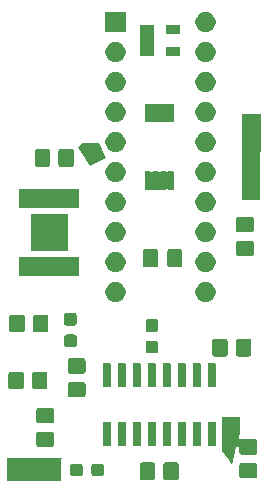
<source format=gbr>
G04 #@! TF.GenerationSoftware,KiCad,Pcbnew,5.1.5+dfsg1-2build2*
G04 #@! TF.CreationDate,2021-11-18T22:50:20-05:00*
G04 #@! TF.ProjectId,color_computer_dac,636f6c6f-725f-4636-9f6d-70757465725f,1.1.0*
G04 #@! TF.SameCoordinates,Original*
G04 #@! TF.FileFunction,Soldermask,Top*
G04 #@! TF.FilePolarity,Negative*
%FSLAX46Y46*%
G04 Gerber Fmt 4.6, Leading zero omitted, Abs format (unit mm)*
G04 Created by KiCad (PCBNEW 5.1.5+dfsg1-2build2) date 2021-11-18 22:50:20*
%MOMM*%
%LPD*%
G04 APERTURE LIST*
%ADD10C,0.100000*%
G04 APERTURE END LIST*
D10*
G36*
X119737442Y-130752481D02*
G01*
X119737444Y-130752481D01*
X119745807Y-130755269D01*
X119760000Y-130760000D01*
X119760001Y-130760275D01*
X119779840Y-130766888D01*
X119807557Y-130770000D01*
X119820000Y-130770000D01*
X119813100Y-130775750D01*
X119805604Y-130781997D01*
X119788407Y-130799454D01*
X119774947Y-130819929D01*
X119765740Y-130842638D01*
X119760628Y-130878686D01*
X119770000Y-132650000D01*
X115190000Y-132650000D01*
X115190000Y-130760000D01*
X119679717Y-130760000D01*
X119704103Y-130757598D01*
X119719245Y-130753585D01*
X119730000Y-130750000D01*
X119737442Y-130752481D01*
G37*
G36*
X129571242Y-131103404D02*
G01*
X129608337Y-131114657D01*
X129642515Y-131132925D01*
X129672481Y-131157519D01*
X129697075Y-131187485D01*
X129715343Y-131221663D01*
X129726596Y-131258758D01*
X129731000Y-131303474D01*
X129731000Y-132396526D01*
X129726596Y-132441242D01*
X129715343Y-132478337D01*
X129697075Y-132512515D01*
X129672481Y-132542481D01*
X129642515Y-132567075D01*
X129608337Y-132585343D01*
X129571242Y-132596596D01*
X129526526Y-132601000D01*
X128633474Y-132601000D01*
X128588758Y-132596596D01*
X128551663Y-132585343D01*
X128517485Y-132567075D01*
X128487519Y-132542481D01*
X128462925Y-132512515D01*
X128444657Y-132478337D01*
X128433404Y-132441242D01*
X128429000Y-132396526D01*
X128429000Y-131303474D01*
X128433404Y-131258758D01*
X128444657Y-131221663D01*
X128462925Y-131187485D01*
X128487519Y-131157519D01*
X128517485Y-131132925D01*
X128551663Y-131114657D01*
X128588758Y-131103404D01*
X128633474Y-131099000D01*
X129526526Y-131099000D01*
X129571242Y-131103404D01*
G37*
G36*
X127571242Y-131103404D02*
G01*
X127608337Y-131114657D01*
X127642515Y-131132925D01*
X127672481Y-131157519D01*
X127697075Y-131187485D01*
X127715343Y-131221663D01*
X127726596Y-131258758D01*
X127731000Y-131303474D01*
X127731000Y-132396526D01*
X127726596Y-132441242D01*
X127715343Y-132478337D01*
X127697075Y-132512515D01*
X127672481Y-132542481D01*
X127642515Y-132567075D01*
X127608337Y-132585343D01*
X127571242Y-132596596D01*
X127526526Y-132601000D01*
X126633474Y-132601000D01*
X126588758Y-132596596D01*
X126551663Y-132585343D01*
X126517485Y-132567075D01*
X126487519Y-132542481D01*
X126462925Y-132512515D01*
X126444657Y-132478337D01*
X126433404Y-132441242D01*
X126429000Y-132396526D01*
X126429000Y-131303474D01*
X126433404Y-131258758D01*
X126444657Y-131221663D01*
X126462925Y-131187485D01*
X126487519Y-131157519D01*
X126517485Y-131132925D01*
X126551663Y-131114657D01*
X126588758Y-131103404D01*
X126633474Y-131099000D01*
X127526526Y-131099000D01*
X127571242Y-131103404D01*
G37*
G36*
X136211242Y-131153404D02*
G01*
X136248337Y-131164657D01*
X136282515Y-131182925D01*
X136312481Y-131207519D01*
X136337075Y-131237485D01*
X136355343Y-131271663D01*
X136366596Y-131308758D01*
X136371000Y-131353474D01*
X136371000Y-132246526D01*
X136366596Y-132291242D01*
X136355343Y-132328337D01*
X136337075Y-132362515D01*
X136312481Y-132392481D01*
X136282515Y-132417075D01*
X136248337Y-132435343D01*
X136211242Y-132446596D01*
X136166526Y-132451000D01*
X135073474Y-132451000D01*
X135028758Y-132446596D01*
X134991663Y-132435343D01*
X134957485Y-132417075D01*
X134927519Y-132392481D01*
X134902925Y-132362515D01*
X134884657Y-132328337D01*
X134873404Y-132291242D01*
X134869000Y-132246526D01*
X134869000Y-131353474D01*
X134873404Y-131308758D01*
X134884657Y-131271663D01*
X134902925Y-131237485D01*
X134927519Y-131207519D01*
X134957485Y-131182925D01*
X134991663Y-131164657D01*
X135028758Y-131153404D01*
X135073474Y-131149000D01*
X136166526Y-131149000D01*
X136211242Y-131153404D01*
G37*
G36*
X123259499Y-131218445D02*
G01*
X123296995Y-131229820D01*
X123331554Y-131248292D01*
X123361847Y-131273153D01*
X123386708Y-131303446D01*
X123405180Y-131338005D01*
X123416555Y-131375501D01*
X123421000Y-131420638D01*
X123421000Y-132059362D01*
X123416555Y-132104499D01*
X123405180Y-132141995D01*
X123386708Y-132176554D01*
X123361847Y-132206847D01*
X123331554Y-132231708D01*
X123296995Y-132250180D01*
X123259499Y-132261555D01*
X123214362Y-132266000D01*
X122550638Y-132266000D01*
X122505501Y-132261555D01*
X122468005Y-132250180D01*
X122433446Y-132231708D01*
X122403153Y-132206847D01*
X122378292Y-132176554D01*
X122359820Y-132141995D01*
X122348445Y-132104499D01*
X122344000Y-132059362D01*
X122344000Y-131420638D01*
X122348445Y-131375501D01*
X122359820Y-131338005D01*
X122378292Y-131303446D01*
X122403153Y-131273153D01*
X122433446Y-131248292D01*
X122468005Y-131229820D01*
X122505501Y-131218445D01*
X122550638Y-131214000D01*
X123214362Y-131214000D01*
X123259499Y-131218445D01*
G37*
G36*
X121434499Y-131218445D02*
G01*
X121471995Y-131229820D01*
X121506554Y-131248292D01*
X121536847Y-131273153D01*
X121561708Y-131303446D01*
X121580180Y-131338005D01*
X121591555Y-131375501D01*
X121596000Y-131420638D01*
X121596000Y-132059362D01*
X121591555Y-132104499D01*
X121580180Y-132141995D01*
X121561708Y-132176554D01*
X121536847Y-132206847D01*
X121506554Y-132231708D01*
X121471995Y-132250180D01*
X121434499Y-132261555D01*
X121389362Y-132266000D01*
X120725638Y-132266000D01*
X120680501Y-132261555D01*
X120643005Y-132250180D01*
X120608446Y-132231708D01*
X120578153Y-132206847D01*
X120553292Y-132176554D01*
X120534820Y-132141995D01*
X120523445Y-132104499D01*
X120519000Y-132059362D01*
X120519000Y-131420638D01*
X120523445Y-131375501D01*
X120534820Y-131338005D01*
X120553292Y-131303446D01*
X120578153Y-131273153D01*
X120608446Y-131248292D01*
X120643005Y-131229820D01*
X120680501Y-131218445D01*
X120725638Y-131214000D01*
X121389362Y-131214000D01*
X121434499Y-131218445D01*
G37*
G36*
X134930000Y-128600000D02*
G01*
X134928154Y-128607410D01*
X134928154Y-128607413D01*
X134826073Y-129017259D01*
X134822510Y-129041503D01*
X134823744Y-129065976D01*
X134829730Y-129089738D01*
X134840237Y-129111875D01*
X134854860Y-129131538D01*
X134873038Y-129147969D01*
X134894073Y-129160539D01*
X134917155Y-129168763D01*
X134941399Y-129172326D01*
X134965872Y-129171092D01*
X134983650Y-129167087D01*
X135028758Y-129153404D01*
X135073474Y-129149000D01*
X136166526Y-129149000D01*
X136211242Y-129153404D01*
X136248337Y-129164657D01*
X136282515Y-129182925D01*
X136312481Y-129207519D01*
X136337075Y-129237485D01*
X136355343Y-129271663D01*
X136366596Y-129308758D01*
X136371000Y-129353474D01*
X136371000Y-130246526D01*
X136366596Y-130291242D01*
X136355343Y-130328337D01*
X136337075Y-130362515D01*
X136312481Y-130392481D01*
X136282515Y-130417075D01*
X136248337Y-130435343D01*
X136211242Y-130446596D01*
X136166526Y-130451000D01*
X135073474Y-130451000D01*
X135028758Y-130446596D01*
X134991663Y-130435343D01*
X134957485Y-130417075D01*
X134927519Y-130392481D01*
X134902925Y-130362515D01*
X134884657Y-130328337D01*
X134873404Y-130291242D01*
X134869000Y-130246526D01*
X134869000Y-129863965D01*
X134866598Y-129839579D01*
X134859485Y-129816130D01*
X134847934Y-129794519D01*
X134832389Y-129775577D01*
X134813447Y-129760032D01*
X134791836Y-129748481D01*
X134768387Y-129741368D01*
X134744001Y-129738966D01*
X134719615Y-129741368D01*
X134696166Y-129748481D01*
X134674555Y-129760032D01*
X134655613Y-129775577D01*
X134640068Y-129794519D01*
X134628517Y-129816130D01*
X134622708Y-129833753D01*
X134260000Y-131290000D01*
X133968213Y-130878686D01*
X133433550Y-130125005D01*
X133433548Y-130125001D01*
X133430000Y-130120000D01*
X133430000Y-127290000D01*
X134930000Y-127290000D01*
X134930000Y-128600000D01*
G37*
G36*
X119021242Y-128493404D02*
G01*
X119058337Y-128504657D01*
X119092515Y-128522925D01*
X119122481Y-128547519D01*
X119147075Y-128577485D01*
X119165343Y-128611663D01*
X119176596Y-128648758D01*
X119181000Y-128693474D01*
X119181000Y-129586526D01*
X119176596Y-129631242D01*
X119165343Y-129668337D01*
X119147075Y-129702515D01*
X119122481Y-129732481D01*
X119092515Y-129757075D01*
X119058337Y-129775343D01*
X119021242Y-129786596D01*
X118976526Y-129791000D01*
X117883474Y-129791000D01*
X117838758Y-129786596D01*
X117801663Y-129775343D01*
X117767485Y-129757075D01*
X117737519Y-129732481D01*
X117712925Y-129702515D01*
X117694657Y-129668337D01*
X117683404Y-129631242D01*
X117679000Y-129586526D01*
X117679000Y-128693474D01*
X117683404Y-128648758D01*
X117694657Y-128611663D01*
X117712925Y-128577485D01*
X117737519Y-128547519D01*
X117767485Y-128522925D01*
X117801663Y-128504657D01*
X117838758Y-128493404D01*
X117883474Y-128489000D01*
X118976526Y-128489000D01*
X119021242Y-128493404D01*
G37*
G36*
X132804928Y-127651764D02*
G01*
X132826009Y-127658160D01*
X132845445Y-127668548D01*
X132862476Y-127682524D01*
X132876452Y-127699555D01*
X132886840Y-127718991D01*
X132893236Y-127740072D01*
X132896000Y-127768140D01*
X132896000Y-129581860D01*
X132893236Y-129609928D01*
X132886840Y-129631009D01*
X132876452Y-129650445D01*
X132862476Y-129667476D01*
X132845445Y-129681452D01*
X132826009Y-129691840D01*
X132804928Y-129698236D01*
X132776860Y-129701000D01*
X132313140Y-129701000D01*
X132285072Y-129698236D01*
X132263991Y-129691840D01*
X132244555Y-129681452D01*
X132227524Y-129667476D01*
X132213548Y-129650445D01*
X132203160Y-129631009D01*
X132196764Y-129609928D01*
X132194000Y-129581860D01*
X132194000Y-127768140D01*
X132196764Y-127740072D01*
X132203160Y-127718991D01*
X132213548Y-127699555D01*
X132227524Y-127682524D01*
X132244555Y-127668548D01*
X132263991Y-127658160D01*
X132285072Y-127651764D01*
X132313140Y-127649000D01*
X132776860Y-127649000D01*
X132804928Y-127651764D01*
G37*
G36*
X127724928Y-127651764D02*
G01*
X127746009Y-127658160D01*
X127765445Y-127668548D01*
X127782476Y-127682524D01*
X127796452Y-127699555D01*
X127806840Y-127718991D01*
X127813236Y-127740072D01*
X127816000Y-127768140D01*
X127816000Y-129581860D01*
X127813236Y-129609928D01*
X127806840Y-129631009D01*
X127796452Y-129650445D01*
X127782476Y-129667476D01*
X127765445Y-129681452D01*
X127746009Y-129691840D01*
X127724928Y-129698236D01*
X127696860Y-129701000D01*
X127233140Y-129701000D01*
X127205072Y-129698236D01*
X127183991Y-129691840D01*
X127164555Y-129681452D01*
X127147524Y-129667476D01*
X127133548Y-129650445D01*
X127123160Y-129631009D01*
X127116764Y-129609928D01*
X127114000Y-129581860D01*
X127114000Y-127768140D01*
X127116764Y-127740072D01*
X127123160Y-127718991D01*
X127133548Y-127699555D01*
X127147524Y-127682524D01*
X127164555Y-127668548D01*
X127183991Y-127658160D01*
X127205072Y-127651764D01*
X127233140Y-127649000D01*
X127696860Y-127649000D01*
X127724928Y-127651764D01*
G37*
G36*
X126454928Y-127651764D02*
G01*
X126476009Y-127658160D01*
X126495445Y-127668548D01*
X126512476Y-127682524D01*
X126526452Y-127699555D01*
X126536840Y-127718991D01*
X126543236Y-127740072D01*
X126546000Y-127768140D01*
X126546000Y-129581860D01*
X126543236Y-129609928D01*
X126536840Y-129631009D01*
X126526452Y-129650445D01*
X126512476Y-129667476D01*
X126495445Y-129681452D01*
X126476009Y-129691840D01*
X126454928Y-129698236D01*
X126426860Y-129701000D01*
X125963140Y-129701000D01*
X125935072Y-129698236D01*
X125913991Y-129691840D01*
X125894555Y-129681452D01*
X125877524Y-129667476D01*
X125863548Y-129650445D01*
X125853160Y-129631009D01*
X125846764Y-129609928D01*
X125844000Y-129581860D01*
X125844000Y-127768140D01*
X125846764Y-127740072D01*
X125853160Y-127718991D01*
X125863548Y-127699555D01*
X125877524Y-127682524D01*
X125894555Y-127668548D01*
X125913991Y-127658160D01*
X125935072Y-127651764D01*
X125963140Y-127649000D01*
X126426860Y-127649000D01*
X126454928Y-127651764D01*
G37*
G36*
X125184928Y-127651764D02*
G01*
X125206009Y-127658160D01*
X125225445Y-127668548D01*
X125242476Y-127682524D01*
X125256452Y-127699555D01*
X125266840Y-127718991D01*
X125273236Y-127740072D01*
X125276000Y-127768140D01*
X125276000Y-129581860D01*
X125273236Y-129609928D01*
X125266840Y-129631009D01*
X125256452Y-129650445D01*
X125242476Y-129667476D01*
X125225445Y-129681452D01*
X125206009Y-129691840D01*
X125184928Y-129698236D01*
X125156860Y-129701000D01*
X124693140Y-129701000D01*
X124665072Y-129698236D01*
X124643991Y-129691840D01*
X124624555Y-129681452D01*
X124607524Y-129667476D01*
X124593548Y-129650445D01*
X124583160Y-129631009D01*
X124576764Y-129609928D01*
X124574000Y-129581860D01*
X124574000Y-127768140D01*
X124576764Y-127740072D01*
X124583160Y-127718991D01*
X124593548Y-127699555D01*
X124607524Y-127682524D01*
X124624555Y-127668548D01*
X124643991Y-127658160D01*
X124665072Y-127651764D01*
X124693140Y-127649000D01*
X125156860Y-127649000D01*
X125184928Y-127651764D01*
G37*
G36*
X123914928Y-127651764D02*
G01*
X123936009Y-127658160D01*
X123955445Y-127668548D01*
X123972476Y-127682524D01*
X123986452Y-127699555D01*
X123996840Y-127718991D01*
X124003236Y-127740072D01*
X124006000Y-127768140D01*
X124006000Y-129581860D01*
X124003236Y-129609928D01*
X123996840Y-129631009D01*
X123986452Y-129650445D01*
X123972476Y-129667476D01*
X123955445Y-129681452D01*
X123936009Y-129691840D01*
X123914928Y-129698236D01*
X123886860Y-129701000D01*
X123423140Y-129701000D01*
X123395072Y-129698236D01*
X123373991Y-129691840D01*
X123354555Y-129681452D01*
X123337524Y-129667476D01*
X123323548Y-129650445D01*
X123313160Y-129631009D01*
X123306764Y-129609928D01*
X123304000Y-129581860D01*
X123304000Y-127768140D01*
X123306764Y-127740072D01*
X123313160Y-127718991D01*
X123323548Y-127699555D01*
X123337524Y-127682524D01*
X123354555Y-127668548D01*
X123373991Y-127658160D01*
X123395072Y-127651764D01*
X123423140Y-127649000D01*
X123886860Y-127649000D01*
X123914928Y-127651764D01*
G37*
G36*
X131534928Y-127651764D02*
G01*
X131556009Y-127658160D01*
X131575445Y-127668548D01*
X131592476Y-127682524D01*
X131606452Y-127699555D01*
X131616840Y-127718991D01*
X131623236Y-127740072D01*
X131626000Y-127768140D01*
X131626000Y-129581860D01*
X131623236Y-129609928D01*
X131616840Y-129631009D01*
X131606452Y-129650445D01*
X131592476Y-129667476D01*
X131575445Y-129681452D01*
X131556009Y-129691840D01*
X131534928Y-129698236D01*
X131506860Y-129701000D01*
X131043140Y-129701000D01*
X131015072Y-129698236D01*
X130993991Y-129691840D01*
X130974555Y-129681452D01*
X130957524Y-129667476D01*
X130943548Y-129650445D01*
X130933160Y-129631009D01*
X130926764Y-129609928D01*
X130924000Y-129581860D01*
X130924000Y-127768140D01*
X130926764Y-127740072D01*
X130933160Y-127718991D01*
X130943548Y-127699555D01*
X130957524Y-127682524D01*
X130974555Y-127668548D01*
X130993991Y-127658160D01*
X131015072Y-127651764D01*
X131043140Y-127649000D01*
X131506860Y-127649000D01*
X131534928Y-127651764D01*
G37*
G36*
X130264928Y-127651764D02*
G01*
X130286009Y-127658160D01*
X130305445Y-127668548D01*
X130322476Y-127682524D01*
X130336452Y-127699555D01*
X130346840Y-127718991D01*
X130353236Y-127740072D01*
X130356000Y-127768140D01*
X130356000Y-129581860D01*
X130353236Y-129609928D01*
X130346840Y-129631009D01*
X130336452Y-129650445D01*
X130322476Y-129667476D01*
X130305445Y-129681452D01*
X130286009Y-129691840D01*
X130264928Y-129698236D01*
X130236860Y-129701000D01*
X129773140Y-129701000D01*
X129745072Y-129698236D01*
X129723991Y-129691840D01*
X129704555Y-129681452D01*
X129687524Y-129667476D01*
X129673548Y-129650445D01*
X129663160Y-129631009D01*
X129656764Y-129609928D01*
X129654000Y-129581860D01*
X129654000Y-127768140D01*
X129656764Y-127740072D01*
X129663160Y-127718991D01*
X129673548Y-127699555D01*
X129687524Y-127682524D01*
X129704555Y-127668548D01*
X129723991Y-127658160D01*
X129745072Y-127651764D01*
X129773140Y-127649000D01*
X130236860Y-127649000D01*
X130264928Y-127651764D01*
G37*
G36*
X128994928Y-127651764D02*
G01*
X129016009Y-127658160D01*
X129035445Y-127668548D01*
X129052476Y-127682524D01*
X129066452Y-127699555D01*
X129076840Y-127718991D01*
X129083236Y-127740072D01*
X129086000Y-127768140D01*
X129086000Y-129581860D01*
X129083236Y-129609928D01*
X129076840Y-129631009D01*
X129066452Y-129650445D01*
X129052476Y-129667476D01*
X129035445Y-129681452D01*
X129016009Y-129691840D01*
X128994928Y-129698236D01*
X128966860Y-129701000D01*
X128503140Y-129701000D01*
X128475072Y-129698236D01*
X128453991Y-129691840D01*
X128434555Y-129681452D01*
X128417524Y-129667476D01*
X128403548Y-129650445D01*
X128393160Y-129631009D01*
X128386764Y-129609928D01*
X128384000Y-129581860D01*
X128384000Y-127768140D01*
X128386764Y-127740072D01*
X128393160Y-127718991D01*
X128403548Y-127699555D01*
X128417524Y-127682524D01*
X128434555Y-127668548D01*
X128453991Y-127658160D01*
X128475072Y-127651764D01*
X128503140Y-127649000D01*
X128966860Y-127649000D01*
X128994928Y-127651764D01*
G37*
G36*
X119021242Y-126493404D02*
G01*
X119058337Y-126504657D01*
X119092515Y-126522925D01*
X119122481Y-126547519D01*
X119147075Y-126577485D01*
X119165343Y-126611663D01*
X119176596Y-126648758D01*
X119181000Y-126693474D01*
X119181000Y-127586526D01*
X119176596Y-127631242D01*
X119165343Y-127668337D01*
X119147075Y-127702515D01*
X119122481Y-127732481D01*
X119092515Y-127757075D01*
X119058337Y-127775343D01*
X119021242Y-127786596D01*
X118976526Y-127791000D01*
X117883474Y-127791000D01*
X117838758Y-127786596D01*
X117801663Y-127775343D01*
X117767485Y-127757075D01*
X117737519Y-127732481D01*
X117712925Y-127702515D01*
X117694657Y-127668337D01*
X117683404Y-127631242D01*
X117679000Y-127586526D01*
X117679000Y-126693474D01*
X117683404Y-126648758D01*
X117694657Y-126611663D01*
X117712925Y-126577485D01*
X117737519Y-126547519D01*
X117767485Y-126522925D01*
X117801663Y-126504657D01*
X117838758Y-126493404D01*
X117883474Y-126489000D01*
X118976526Y-126489000D01*
X119021242Y-126493404D01*
G37*
G36*
X121681242Y-124293404D02*
G01*
X121718337Y-124304657D01*
X121752515Y-124322925D01*
X121782481Y-124347519D01*
X121807075Y-124377485D01*
X121825343Y-124411663D01*
X121836596Y-124448758D01*
X121841000Y-124493474D01*
X121841000Y-125386526D01*
X121836596Y-125431242D01*
X121825343Y-125468337D01*
X121807075Y-125502515D01*
X121782481Y-125532481D01*
X121752515Y-125557075D01*
X121718337Y-125575343D01*
X121681242Y-125586596D01*
X121636526Y-125591000D01*
X120543474Y-125591000D01*
X120498758Y-125586596D01*
X120461663Y-125575343D01*
X120427485Y-125557075D01*
X120397519Y-125532481D01*
X120372925Y-125502515D01*
X120354657Y-125468337D01*
X120343404Y-125431242D01*
X120339000Y-125386526D01*
X120339000Y-124493474D01*
X120343404Y-124448758D01*
X120354657Y-124411663D01*
X120372925Y-124377485D01*
X120397519Y-124347519D01*
X120427485Y-124322925D01*
X120461663Y-124304657D01*
X120498758Y-124293404D01*
X120543474Y-124289000D01*
X121636526Y-124289000D01*
X121681242Y-124293404D01*
G37*
G36*
X118461242Y-123433404D02*
G01*
X118498337Y-123444657D01*
X118532515Y-123462925D01*
X118562481Y-123487519D01*
X118587075Y-123517485D01*
X118605343Y-123551663D01*
X118616596Y-123588758D01*
X118621000Y-123633474D01*
X118621000Y-124726526D01*
X118616596Y-124771242D01*
X118605343Y-124808337D01*
X118587075Y-124842515D01*
X118562481Y-124872481D01*
X118532515Y-124897075D01*
X118498337Y-124915343D01*
X118461242Y-124926596D01*
X118416526Y-124931000D01*
X117523474Y-124931000D01*
X117478758Y-124926596D01*
X117441663Y-124915343D01*
X117407485Y-124897075D01*
X117377519Y-124872481D01*
X117352925Y-124842515D01*
X117334657Y-124808337D01*
X117323404Y-124771242D01*
X117319000Y-124726526D01*
X117319000Y-123633474D01*
X117323404Y-123588758D01*
X117334657Y-123551663D01*
X117352925Y-123517485D01*
X117377519Y-123487519D01*
X117407485Y-123462925D01*
X117441663Y-123444657D01*
X117478758Y-123433404D01*
X117523474Y-123429000D01*
X118416526Y-123429000D01*
X118461242Y-123433404D01*
G37*
G36*
X116461242Y-123433404D02*
G01*
X116498337Y-123444657D01*
X116532515Y-123462925D01*
X116562481Y-123487519D01*
X116587075Y-123517485D01*
X116605343Y-123551663D01*
X116616596Y-123588758D01*
X116621000Y-123633474D01*
X116621000Y-124726526D01*
X116616596Y-124771242D01*
X116605343Y-124808337D01*
X116587075Y-124842515D01*
X116562481Y-124872481D01*
X116532515Y-124897075D01*
X116498337Y-124915343D01*
X116461242Y-124926596D01*
X116416526Y-124931000D01*
X115523474Y-124931000D01*
X115478758Y-124926596D01*
X115441663Y-124915343D01*
X115407485Y-124897075D01*
X115377519Y-124872481D01*
X115352925Y-124842515D01*
X115334657Y-124808337D01*
X115323404Y-124771242D01*
X115319000Y-124726526D01*
X115319000Y-123633474D01*
X115323404Y-123588758D01*
X115334657Y-123551663D01*
X115352925Y-123517485D01*
X115377519Y-123487519D01*
X115407485Y-123462925D01*
X115441663Y-123444657D01*
X115478758Y-123433404D01*
X115523474Y-123429000D01*
X116416526Y-123429000D01*
X116461242Y-123433404D01*
G37*
G36*
X130264928Y-122701764D02*
G01*
X130286009Y-122708160D01*
X130305445Y-122718548D01*
X130322476Y-122732524D01*
X130336452Y-122749555D01*
X130346840Y-122768991D01*
X130353236Y-122790072D01*
X130356000Y-122818140D01*
X130356000Y-124631860D01*
X130353236Y-124659928D01*
X130346840Y-124681009D01*
X130336452Y-124700445D01*
X130322476Y-124717476D01*
X130305445Y-124731452D01*
X130286009Y-124741840D01*
X130264928Y-124748236D01*
X130236860Y-124751000D01*
X129773140Y-124751000D01*
X129745072Y-124748236D01*
X129723991Y-124741840D01*
X129704555Y-124731452D01*
X129687524Y-124717476D01*
X129673548Y-124700445D01*
X129663160Y-124681009D01*
X129656764Y-124659928D01*
X129654000Y-124631860D01*
X129654000Y-122818140D01*
X129656764Y-122790072D01*
X129663160Y-122768991D01*
X129673548Y-122749555D01*
X129687524Y-122732524D01*
X129704555Y-122718548D01*
X129723991Y-122708160D01*
X129745072Y-122701764D01*
X129773140Y-122699000D01*
X130236860Y-122699000D01*
X130264928Y-122701764D01*
G37*
G36*
X125184928Y-122701764D02*
G01*
X125206009Y-122708160D01*
X125225445Y-122718548D01*
X125242476Y-122732524D01*
X125256452Y-122749555D01*
X125266840Y-122768991D01*
X125273236Y-122790072D01*
X125276000Y-122818140D01*
X125276000Y-124631860D01*
X125273236Y-124659928D01*
X125266840Y-124681009D01*
X125256452Y-124700445D01*
X125242476Y-124717476D01*
X125225445Y-124731452D01*
X125206009Y-124741840D01*
X125184928Y-124748236D01*
X125156860Y-124751000D01*
X124693140Y-124751000D01*
X124665072Y-124748236D01*
X124643991Y-124741840D01*
X124624555Y-124731452D01*
X124607524Y-124717476D01*
X124593548Y-124700445D01*
X124583160Y-124681009D01*
X124576764Y-124659928D01*
X124574000Y-124631860D01*
X124574000Y-122818140D01*
X124576764Y-122790072D01*
X124583160Y-122768991D01*
X124593548Y-122749555D01*
X124607524Y-122732524D01*
X124624555Y-122718548D01*
X124643991Y-122708160D01*
X124665072Y-122701764D01*
X124693140Y-122699000D01*
X125156860Y-122699000D01*
X125184928Y-122701764D01*
G37*
G36*
X126454928Y-122701764D02*
G01*
X126476009Y-122708160D01*
X126495445Y-122718548D01*
X126512476Y-122732524D01*
X126526452Y-122749555D01*
X126536840Y-122768991D01*
X126543236Y-122790072D01*
X126546000Y-122818140D01*
X126546000Y-124631860D01*
X126543236Y-124659928D01*
X126536840Y-124681009D01*
X126526452Y-124700445D01*
X126512476Y-124717476D01*
X126495445Y-124731452D01*
X126476009Y-124741840D01*
X126454928Y-124748236D01*
X126426860Y-124751000D01*
X125963140Y-124751000D01*
X125935072Y-124748236D01*
X125913991Y-124741840D01*
X125894555Y-124731452D01*
X125877524Y-124717476D01*
X125863548Y-124700445D01*
X125853160Y-124681009D01*
X125846764Y-124659928D01*
X125844000Y-124631860D01*
X125844000Y-122818140D01*
X125846764Y-122790072D01*
X125853160Y-122768991D01*
X125863548Y-122749555D01*
X125877524Y-122732524D01*
X125894555Y-122718548D01*
X125913991Y-122708160D01*
X125935072Y-122701764D01*
X125963140Y-122699000D01*
X126426860Y-122699000D01*
X126454928Y-122701764D01*
G37*
G36*
X128994928Y-122701764D02*
G01*
X129016009Y-122708160D01*
X129035445Y-122718548D01*
X129052476Y-122732524D01*
X129066452Y-122749555D01*
X129076840Y-122768991D01*
X129083236Y-122790072D01*
X129086000Y-122818140D01*
X129086000Y-124631860D01*
X129083236Y-124659928D01*
X129076840Y-124681009D01*
X129066452Y-124700445D01*
X129052476Y-124717476D01*
X129035445Y-124731452D01*
X129016009Y-124741840D01*
X128994928Y-124748236D01*
X128966860Y-124751000D01*
X128503140Y-124751000D01*
X128475072Y-124748236D01*
X128453991Y-124741840D01*
X128434555Y-124731452D01*
X128417524Y-124717476D01*
X128403548Y-124700445D01*
X128393160Y-124681009D01*
X128386764Y-124659928D01*
X128384000Y-124631860D01*
X128384000Y-122818140D01*
X128386764Y-122790072D01*
X128393160Y-122768991D01*
X128403548Y-122749555D01*
X128417524Y-122732524D01*
X128434555Y-122718548D01*
X128453991Y-122708160D01*
X128475072Y-122701764D01*
X128503140Y-122699000D01*
X128966860Y-122699000D01*
X128994928Y-122701764D01*
G37*
G36*
X131534928Y-122701764D02*
G01*
X131556009Y-122708160D01*
X131575445Y-122718548D01*
X131592476Y-122732524D01*
X131606452Y-122749555D01*
X131616840Y-122768991D01*
X131623236Y-122790072D01*
X131626000Y-122818140D01*
X131626000Y-124631860D01*
X131623236Y-124659928D01*
X131616840Y-124681009D01*
X131606452Y-124700445D01*
X131592476Y-124717476D01*
X131575445Y-124731452D01*
X131556009Y-124741840D01*
X131534928Y-124748236D01*
X131506860Y-124751000D01*
X131043140Y-124751000D01*
X131015072Y-124748236D01*
X130993991Y-124741840D01*
X130974555Y-124731452D01*
X130957524Y-124717476D01*
X130943548Y-124700445D01*
X130933160Y-124681009D01*
X130926764Y-124659928D01*
X130924000Y-124631860D01*
X130924000Y-122818140D01*
X130926764Y-122790072D01*
X130933160Y-122768991D01*
X130943548Y-122749555D01*
X130957524Y-122732524D01*
X130974555Y-122718548D01*
X130993991Y-122708160D01*
X131015072Y-122701764D01*
X131043140Y-122699000D01*
X131506860Y-122699000D01*
X131534928Y-122701764D01*
G37*
G36*
X132804928Y-122701764D02*
G01*
X132826009Y-122708160D01*
X132845445Y-122718548D01*
X132862476Y-122732524D01*
X132876452Y-122749555D01*
X132886840Y-122768991D01*
X132893236Y-122790072D01*
X132896000Y-122818140D01*
X132896000Y-124631860D01*
X132893236Y-124659928D01*
X132886840Y-124681009D01*
X132876452Y-124700445D01*
X132862476Y-124717476D01*
X132845445Y-124731452D01*
X132826009Y-124741840D01*
X132804928Y-124748236D01*
X132776860Y-124751000D01*
X132313140Y-124751000D01*
X132285072Y-124748236D01*
X132263991Y-124741840D01*
X132244555Y-124731452D01*
X132227524Y-124717476D01*
X132213548Y-124700445D01*
X132203160Y-124681009D01*
X132196764Y-124659928D01*
X132194000Y-124631860D01*
X132194000Y-122818140D01*
X132196764Y-122790072D01*
X132203160Y-122768991D01*
X132213548Y-122749555D01*
X132227524Y-122732524D01*
X132244555Y-122718548D01*
X132263991Y-122708160D01*
X132285072Y-122701764D01*
X132313140Y-122699000D01*
X132776860Y-122699000D01*
X132804928Y-122701764D01*
G37*
G36*
X123914928Y-122701764D02*
G01*
X123936009Y-122708160D01*
X123955445Y-122718548D01*
X123972476Y-122732524D01*
X123986452Y-122749555D01*
X123996840Y-122768991D01*
X124003236Y-122790072D01*
X124006000Y-122818140D01*
X124006000Y-124631860D01*
X124003236Y-124659928D01*
X123996840Y-124681009D01*
X123986452Y-124700445D01*
X123972476Y-124717476D01*
X123955445Y-124731452D01*
X123936009Y-124741840D01*
X123914928Y-124748236D01*
X123886860Y-124751000D01*
X123423140Y-124751000D01*
X123395072Y-124748236D01*
X123373991Y-124741840D01*
X123354555Y-124731452D01*
X123337524Y-124717476D01*
X123323548Y-124700445D01*
X123313160Y-124681009D01*
X123306764Y-124659928D01*
X123304000Y-124631860D01*
X123304000Y-122818140D01*
X123306764Y-122790072D01*
X123313160Y-122768991D01*
X123323548Y-122749555D01*
X123337524Y-122732524D01*
X123354555Y-122718548D01*
X123373991Y-122708160D01*
X123395072Y-122701764D01*
X123423140Y-122699000D01*
X123886860Y-122699000D01*
X123914928Y-122701764D01*
G37*
G36*
X127724928Y-122701764D02*
G01*
X127746009Y-122708160D01*
X127765445Y-122718548D01*
X127782476Y-122732524D01*
X127796452Y-122749555D01*
X127806840Y-122768991D01*
X127813236Y-122790072D01*
X127816000Y-122818140D01*
X127816000Y-124631860D01*
X127813236Y-124659928D01*
X127806840Y-124681009D01*
X127796452Y-124700445D01*
X127782476Y-124717476D01*
X127765445Y-124731452D01*
X127746009Y-124741840D01*
X127724928Y-124748236D01*
X127696860Y-124751000D01*
X127233140Y-124751000D01*
X127205072Y-124748236D01*
X127183991Y-124741840D01*
X127164555Y-124731452D01*
X127147524Y-124717476D01*
X127133548Y-124700445D01*
X127123160Y-124681009D01*
X127116764Y-124659928D01*
X127114000Y-124631860D01*
X127114000Y-122818140D01*
X127116764Y-122790072D01*
X127123160Y-122768991D01*
X127133548Y-122749555D01*
X127147524Y-122732524D01*
X127164555Y-122718548D01*
X127183991Y-122708160D01*
X127205072Y-122701764D01*
X127233140Y-122699000D01*
X127696860Y-122699000D01*
X127724928Y-122701764D01*
G37*
G36*
X121681242Y-122293404D02*
G01*
X121718337Y-122304657D01*
X121752515Y-122322925D01*
X121782481Y-122347519D01*
X121807075Y-122377485D01*
X121825343Y-122411663D01*
X121836596Y-122448758D01*
X121841000Y-122493474D01*
X121841000Y-123386526D01*
X121836596Y-123431242D01*
X121825343Y-123468337D01*
X121807075Y-123502515D01*
X121782481Y-123532481D01*
X121752515Y-123557075D01*
X121718337Y-123575343D01*
X121681242Y-123586596D01*
X121636526Y-123591000D01*
X120543474Y-123591000D01*
X120498758Y-123586596D01*
X120461663Y-123575343D01*
X120427485Y-123557075D01*
X120397519Y-123532481D01*
X120372925Y-123502515D01*
X120354657Y-123468337D01*
X120343404Y-123431242D01*
X120339000Y-123386526D01*
X120339000Y-122493474D01*
X120343404Y-122448758D01*
X120354657Y-122411663D01*
X120372925Y-122377485D01*
X120397519Y-122347519D01*
X120427485Y-122322925D01*
X120461663Y-122304657D01*
X120498758Y-122293404D01*
X120543474Y-122289000D01*
X121636526Y-122289000D01*
X121681242Y-122293404D01*
G37*
G36*
X133711242Y-120643404D02*
G01*
X133748337Y-120654657D01*
X133782515Y-120672925D01*
X133812481Y-120697519D01*
X133837075Y-120727485D01*
X133855343Y-120761663D01*
X133866596Y-120798758D01*
X133871000Y-120843474D01*
X133871000Y-121936526D01*
X133866596Y-121981242D01*
X133855343Y-122018337D01*
X133837075Y-122052515D01*
X133812481Y-122082481D01*
X133782515Y-122107075D01*
X133748337Y-122125343D01*
X133711242Y-122136596D01*
X133666526Y-122141000D01*
X132773474Y-122141000D01*
X132728758Y-122136596D01*
X132691663Y-122125343D01*
X132657485Y-122107075D01*
X132627519Y-122082481D01*
X132602925Y-122052515D01*
X132584657Y-122018337D01*
X132573404Y-121981242D01*
X132569000Y-121936526D01*
X132569000Y-120843474D01*
X132573404Y-120798758D01*
X132584657Y-120761663D01*
X132602925Y-120727485D01*
X132627519Y-120697519D01*
X132657485Y-120672925D01*
X132691663Y-120654657D01*
X132728758Y-120643404D01*
X132773474Y-120639000D01*
X133666526Y-120639000D01*
X133711242Y-120643404D01*
G37*
G36*
X135711242Y-120643404D02*
G01*
X135748337Y-120654657D01*
X135782515Y-120672925D01*
X135812481Y-120697519D01*
X135837075Y-120727485D01*
X135855343Y-120761663D01*
X135866596Y-120798758D01*
X135871000Y-120843474D01*
X135871000Y-121936526D01*
X135866596Y-121981242D01*
X135855343Y-122018337D01*
X135837075Y-122052515D01*
X135812481Y-122082481D01*
X135782515Y-122107075D01*
X135748337Y-122125343D01*
X135711242Y-122136596D01*
X135666526Y-122141000D01*
X134773474Y-122141000D01*
X134728758Y-122136596D01*
X134691663Y-122125343D01*
X134657485Y-122107075D01*
X134627519Y-122082481D01*
X134602925Y-122052515D01*
X134584657Y-122018337D01*
X134573404Y-121981242D01*
X134569000Y-121936526D01*
X134569000Y-120843474D01*
X134573404Y-120798758D01*
X134584657Y-120761663D01*
X134602925Y-120727485D01*
X134627519Y-120697519D01*
X134657485Y-120672925D01*
X134691663Y-120654657D01*
X134728758Y-120643404D01*
X134773474Y-120639000D01*
X135666526Y-120639000D01*
X135711242Y-120643404D01*
G37*
G36*
X127824499Y-120808445D02*
G01*
X127861995Y-120819820D01*
X127896554Y-120838292D01*
X127926847Y-120863153D01*
X127951708Y-120893446D01*
X127970180Y-120928005D01*
X127981555Y-120965501D01*
X127986000Y-121010638D01*
X127986000Y-121674362D01*
X127981555Y-121719499D01*
X127970180Y-121756995D01*
X127951708Y-121791554D01*
X127926847Y-121821847D01*
X127896554Y-121846708D01*
X127861995Y-121865180D01*
X127824499Y-121876555D01*
X127779362Y-121881000D01*
X127140638Y-121881000D01*
X127095501Y-121876555D01*
X127058005Y-121865180D01*
X127023446Y-121846708D01*
X126993153Y-121821847D01*
X126968292Y-121791554D01*
X126949820Y-121756995D01*
X126938445Y-121719499D01*
X126934000Y-121674362D01*
X126934000Y-121010638D01*
X126938445Y-120965501D01*
X126949820Y-120928005D01*
X126968292Y-120893446D01*
X126993153Y-120863153D01*
X127023446Y-120838292D01*
X127058005Y-120819820D01*
X127095501Y-120808445D01*
X127140638Y-120804000D01*
X127779362Y-120804000D01*
X127824499Y-120808445D01*
G37*
G36*
X120924499Y-120278445D02*
G01*
X120961995Y-120289820D01*
X120996554Y-120308292D01*
X121026847Y-120333153D01*
X121051708Y-120363446D01*
X121070180Y-120398005D01*
X121081555Y-120435501D01*
X121086000Y-120480638D01*
X121086000Y-121144362D01*
X121081555Y-121189499D01*
X121070180Y-121226995D01*
X121051708Y-121261554D01*
X121026847Y-121291847D01*
X120996554Y-121316708D01*
X120961995Y-121335180D01*
X120924499Y-121346555D01*
X120879362Y-121351000D01*
X120240638Y-121351000D01*
X120195501Y-121346555D01*
X120158005Y-121335180D01*
X120123446Y-121316708D01*
X120093153Y-121291847D01*
X120068292Y-121261554D01*
X120049820Y-121226995D01*
X120038445Y-121189499D01*
X120034000Y-121144362D01*
X120034000Y-120480638D01*
X120038445Y-120435501D01*
X120049820Y-120398005D01*
X120068292Y-120363446D01*
X120093153Y-120333153D01*
X120123446Y-120308292D01*
X120158005Y-120289820D01*
X120195501Y-120278445D01*
X120240638Y-120274000D01*
X120879362Y-120274000D01*
X120924499Y-120278445D01*
G37*
G36*
X118541242Y-118593404D02*
G01*
X118578337Y-118604657D01*
X118612515Y-118622925D01*
X118642481Y-118647519D01*
X118667075Y-118677485D01*
X118685343Y-118711663D01*
X118696596Y-118748758D01*
X118701000Y-118793474D01*
X118701000Y-119886526D01*
X118696596Y-119931242D01*
X118685343Y-119968337D01*
X118667075Y-120002515D01*
X118642481Y-120032481D01*
X118612515Y-120057075D01*
X118578337Y-120075343D01*
X118541242Y-120086596D01*
X118496526Y-120091000D01*
X117603474Y-120091000D01*
X117558758Y-120086596D01*
X117521663Y-120075343D01*
X117487485Y-120057075D01*
X117457519Y-120032481D01*
X117432925Y-120002515D01*
X117414657Y-119968337D01*
X117403404Y-119931242D01*
X117399000Y-119886526D01*
X117399000Y-118793474D01*
X117403404Y-118748758D01*
X117414657Y-118711663D01*
X117432925Y-118677485D01*
X117457519Y-118647519D01*
X117487485Y-118622925D01*
X117521663Y-118604657D01*
X117558758Y-118593404D01*
X117603474Y-118589000D01*
X118496526Y-118589000D01*
X118541242Y-118593404D01*
G37*
G36*
X116541242Y-118593404D02*
G01*
X116578337Y-118604657D01*
X116612515Y-118622925D01*
X116642481Y-118647519D01*
X116667075Y-118677485D01*
X116685343Y-118711663D01*
X116696596Y-118748758D01*
X116701000Y-118793474D01*
X116701000Y-119886526D01*
X116696596Y-119931242D01*
X116685343Y-119968337D01*
X116667075Y-120002515D01*
X116642481Y-120032481D01*
X116612515Y-120057075D01*
X116578337Y-120075343D01*
X116541242Y-120086596D01*
X116496526Y-120091000D01*
X115603474Y-120091000D01*
X115558758Y-120086596D01*
X115521663Y-120075343D01*
X115487485Y-120057075D01*
X115457519Y-120032481D01*
X115432925Y-120002515D01*
X115414657Y-119968337D01*
X115403404Y-119931242D01*
X115399000Y-119886526D01*
X115399000Y-118793474D01*
X115403404Y-118748758D01*
X115414657Y-118711663D01*
X115432925Y-118677485D01*
X115457519Y-118647519D01*
X115487485Y-118622925D01*
X115521663Y-118604657D01*
X115558758Y-118593404D01*
X115603474Y-118589000D01*
X116496526Y-118589000D01*
X116541242Y-118593404D01*
G37*
G36*
X127824499Y-118983445D02*
G01*
X127861995Y-118994820D01*
X127896554Y-119013292D01*
X127926847Y-119038153D01*
X127951708Y-119068446D01*
X127970180Y-119103005D01*
X127981555Y-119140501D01*
X127986000Y-119185638D01*
X127986000Y-119849362D01*
X127981555Y-119894499D01*
X127970180Y-119931995D01*
X127951708Y-119966554D01*
X127926847Y-119996847D01*
X127896554Y-120021708D01*
X127861995Y-120040180D01*
X127824499Y-120051555D01*
X127779362Y-120056000D01*
X127140638Y-120056000D01*
X127095501Y-120051555D01*
X127058005Y-120040180D01*
X127023446Y-120021708D01*
X126993153Y-119996847D01*
X126968292Y-119966554D01*
X126949820Y-119931995D01*
X126938445Y-119894499D01*
X126934000Y-119849362D01*
X126934000Y-119185638D01*
X126938445Y-119140501D01*
X126949820Y-119103005D01*
X126968292Y-119068446D01*
X126993153Y-119038153D01*
X127023446Y-119013292D01*
X127058005Y-118994820D01*
X127095501Y-118983445D01*
X127140638Y-118979000D01*
X127779362Y-118979000D01*
X127824499Y-118983445D01*
G37*
G36*
X120924499Y-118453445D02*
G01*
X120961995Y-118464820D01*
X120996554Y-118483292D01*
X121026847Y-118508153D01*
X121051708Y-118538446D01*
X121070180Y-118573005D01*
X121081555Y-118610501D01*
X121086000Y-118655638D01*
X121086000Y-119319362D01*
X121081555Y-119364499D01*
X121070180Y-119401995D01*
X121051708Y-119436554D01*
X121026847Y-119466847D01*
X120996554Y-119491708D01*
X120961995Y-119510180D01*
X120924499Y-119521555D01*
X120879362Y-119526000D01*
X120240638Y-119526000D01*
X120195501Y-119521555D01*
X120158005Y-119510180D01*
X120123446Y-119491708D01*
X120093153Y-119466847D01*
X120068292Y-119436554D01*
X120049820Y-119401995D01*
X120038445Y-119364499D01*
X120034000Y-119319362D01*
X120034000Y-118655638D01*
X120038445Y-118610501D01*
X120049820Y-118573005D01*
X120068292Y-118538446D01*
X120093153Y-118508153D01*
X120123446Y-118483292D01*
X120158005Y-118464820D01*
X120195501Y-118453445D01*
X120240638Y-118449000D01*
X120879362Y-118449000D01*
X120924499Y-118453445D01*
G37*
G36*
X124623228Y-115866703D02*
G01*
X124778100Y-115930853D01*
X124917481Y-116023985D01*
X125036015Y-116142519D01*
X125129147Y-116281900D01*
X125193297Y-116436772D01*
X125226000Y-116601184D01*
X125226000Y-116768816D01*
X125193297Y-116933228D01*
X125129147Y-117088100D01*
X125036015Y-117227481D01*
X124917481Y-117346015D01*
X124778100Y-117439147D01*
X124623228Y-117503297D01*
X124458816Y-117536000D01*
X124291184Y-117536000D01*
X124126772Y-117503297D01*
X123971900Y-117439147D01*
X123832519Y-117346015D01*
X123713985Y-117227481D01*
X123620853Y-117088100D01*
X123556703Y-116933228D01*
X123524000Y-116768816D01*
X123524000Y-116601184D01*
X123556703Y-116436772D01*
X123620853Y-116281900D01*
X123713985Y-116142519D01*
X123832519Y-116023985D01*
X123971900Y-115930853D01*
X124126772Y-115866703D01*
X124291184Y-115834000D01*
X124458816Y-115834000D01*
X124623228Y-115866703D01*
G37*
G36*
X132243228Y-115866703D02*
G01*
X132398100Y-115930853D01*
X132537481Y-116023985D01*
X132656015Y-116142519D01*
X132749147Y-116281900D01*
X132813297Y-116436772D01*
X132846000Y-116601184D01*
X132846000Y-116768816D01*
X132813297Y-116933228D01*
X132749147Y-117088100D01*
X132656015Y-117227481D01*
X132537481Y-117346015D01*
X132398100Y-117439147D01*
X132243228Y-117503297D01*
X132078816Y-117536000D01*
X131911184Y-117536000D01*
X131746772Y-117503297D01*
X131591900Y-117439147D01*
X131452519Y-117346015D01*
X131333985Y-117227481D01*
X131240853Y-117088100D01*
X131176703Y-116933228D01*
X131144000Y-116768816D01*
X131144000Y-116601184D01*
X131176703Y-116436772D01*
X131240853Y-116281900D01*
X131333985Y-116142519D01*
X131452519Y-116023985D01*
X131591900Y-115930853D01*
X131746772Y-115866703D01*
X131911184Y-115834000D01*
X132078816Y-115834000D01*
X132243228Y-115866703D01*
G37*
G36*
X116695170Y-113690803D02*
G01*
X116706875Y-113694354D01*
X116717665Y-113700121D01*
X116731688Y-113711630D01*
X116740704Y-113720645D01*
X116761078Y-113734259D01*
X116783717Y-113743635D01*
X116807751Y-113748415D01*
X116832255Y-113748415D01*
X116856288Y-113743634D01*
X116878926Y-113734256D01*
X116899301Y-113720642D01*
X116908317Y-113711626D01*
X116922335Y-113700121D01*
X116933125Y-113694354D01*
X116944830Y-113690803D01*
X116963138Y-113689000D01*
X117326862Y-113689000D01*
X117345170Y-113690803D01*
X117356875Y-113694354D01*
X117367665Y-113700121D01*
X117381688Y-113711630D01*
X117390704Y-113720645D01*
X117411078Y-113734259D01*
X117433717Y-113743635D01*
X117457751Y-113748415D01*
X117482255Y-113748415D01*
X117506288Y-113743634D01*
X117528926Y-113734256D01*
X117549301Y-113720642D01*
X117558317Y-113711626D01*
X117572335Y-113700121D01*
X117583125Y-113694354D01*
X117594830Y-113690803D01*
X117613138Y-113689000D01*
X117976862Y-113689000D01*
X117995170Y-113690803D01*
X118006875Y-113694354D01*
X118017665Y-113700121D01*
X118031688Y-113711630D01*
X118040704Y-113720645D01*
X118061078Y-113734259D01*
X118083717Y-113743635D01*
X118107751Y-113748415D01*
X118132255Y-113748415D01*
X118156288Y-113743634D01*
X118178926Y-113734256D01*
X118199301Y-113720642D01*
X118208317Y-113711626D01*
X118222335Y-113700121D01*
X118233125Y-113694354D01*
X118244830Y-113690803D01*
X118263138Y-113689000D01*
X118626862Y-113689000D01*
X118645170Y-113690803D01*
X118656875Y-113694354D01*
X118667665Y-113700121D01*
X118681688Y-113711630D01*
X118690704Y-113720645D01*
X118711078Y-113734259D01*
X118733717Y-113743635D01*
X118757751Y-113748415D01*
X118782255Y-113748415D01*
X118806288Y-113743634D01*
X118828926Y-113734256D01*
X118849301Y-113720642D01*
X118858317Y-113711626D01*
X118872335Y-113700121D01*
X118883125Y-113694354D01*
X118894830Y-113690803D01*
X118913138Y-113689000D01*
X119276862Y-113689000D01*
X119295170Y-113690803D01*
X119306875Y-113694354D01*
X119317665Y-113700121D01*
X119331688Y-113711630D01*
X119340704Y-113720645D01*
X119361078Y-113734259D01*
X119383717Y-113743635D01*
X119407751Y-113748415D01*
X119432255Y-113748415D01*
X119456288Y-113743634D01*
X119478926Y-113734256D01*
X119499301Y-113720642D01*
X119508317Y-113711626D01*
X119522335Y-113700121D01*
X119533125Y-113694354D01*
X119544830Y-113690803D01*
X119563138Y-113689000D01*
X119926862Y-113689000D01*
X119945170Y-113690803D01*
X119956875Y-113694354D01*
X119967665Y-113700121D01*
X119981688Y-113711630D01*
X119990704Y-113720645D01*
X120011078Y-113734259D01*
X120033717Y-113743635D01*
X120057751Y-113748415D01*
X120082255Y-113748415D01*
X120106288Y-113743634D01*
X120128926Y-113734256D01*
X120149301Y-113720642D01*
X120158317Y-113711626D01*
X120172335Y-113700121D01*
X120183125Y-113694354D01*
X120194830Y-113690803D01*
X120213138Y-113689000D01*
X120576862Y-113689000D01*
X120595170Y-113690803D01*
X120606875Y-113694354D01*
X120617665Y-113700121D01*
X120631688Y-113711630D01*
X120640704Y-113720645D01*
X120661078Y-113734259D01*
X120683717Y-113743635D01*
X120707751Y-113748415D01*
X120732255Y-113748415D01*
X120756288Y-113743634D01*
X120778926Y-113734256D01*
X120799301Y-113720642D01*
X120808317Y-113711626D01*
X120822335Y-113700121D01*
X120833125Y-113694354D01*
X120844830Y-113690803D01*
X120863138Y-113689000D01*
X121226862Y-113689000D01*
X121245170Y-113690803D01*
X121256875Y-113694354D01*
X121267665Y-113700121D01*
X121277119Y-113707881D01*
X121284879Y-113717335D01*
X121290646Y-113728125D01*
X121294197Y-113739830D01*
X121296000Y-113758138D01*
X121296000Y-115271862D01*
X121294197Y-115290170D01*
X121290646Y-115301875D01*
X121284879Y-115312665D01*
X121277119Y-115322119D01*
X121267665Y-115329879D01*
X121256875Y-115335646D01*
X121245170Y-115339197D01*
X121226862Y-115341000D01*
X120863138Y-115341000D01*
X120844830Y-115339197D01*
X120833125Y-115335646D01*
X120822335Y-115329879D01*
X120808312Y-115318370D01*
X120799296Y-115309355D01*
X120778922Y-115295741D01*
X120756283Y-115286365D01*
X120732249Y-115281585D01*
X120707745Y-115281585D01*
X120683712Y-115286366D01*
X120661074Y-115295744D01*
X120640699Y-115309358D01*
X120631683Y-115318374D01*
X120617665Y-115329879D01*
X120606875Y-115335646D01*
X120595170Y-115339197D01*
X120576862Y-115341000D01*
X120213138Y-115341000D01*
X120194830Y-115339197D01*
X120183125Y-115335646D01*
X120172335Y-115329879D01*
X120158312Y-115318370D01*
X120149296Y-115309355D01*
X120128922Y-115295741D01*
X120106283Y-115286365D01*
X120082249Y-115281585D01*
X120057745Y-115281585D01*
X120033712Y-115286366D01*
X120011074Y-115295744D01*
X119990699Y-115309358D01*
X119981683Y-115318374D01*
X119967665Y-115329879D01*
X119956875Y-115335646D01*
X119945170Y-115339197D01*
X119926862Y-115341000D01*
X119563138Y-115341000D01*
X119544830Y-115339197D01*
X119533125Y-115335646D01*
X119522335Y-115329879D01*
X119508312Y-115318370D01*
X119499296Y-115309355D01*
X119478922Y-115295741D01*
X119456283Y-115286365D01*
X119432249Y-115281585D01*
X119407745Y-115281585D01*
X119383712Y-115286366D01*
X119361074Y-115295744D01*
X119340699Y-115309358D01*
X119331683Y-115318374D01*
X119317665Y-115329879D01*
X119306875Y-115335646D01*
X119295170Y-115339197D01*
X119276862Y-115341000D01*
X118913138Y-115341000D01*
X118894830Y-115339197D01*
X118883125Y-115335646D01*
X118872335Y-115329879D01*
X118858312Y-115318370D01*
X118849296Y-115309355D01*
X118828922Y-115295741D01*
X118806283Y-115286365D01*
X118782249Y-115281585D01*
X118757745Y-115281585D01*
X118733712Y-115286366D01*
X118711074Y-115295744D01*
X118690699Y-115309358D01*
X118681683Y-115318374D01*
X118667665Y-115329879D01*
X118656875Y-115335646D01*
X118645170Y-115339197D01*
X118626862Y-115341000D01*
X118263138Y-115341000D01*
X118244830Y-115339197D01*
X118233125Y-115335646D01*
X118222335Y-115329879D01*
X118208312Y-115318370D01*
X118199296Y-115309355D01*
X118178922Y-115295741D01*
X118156283Y-115286365D01*
X118132249Y-115281585D01*
X118107745Y-115281585D01*
X118083712Y-115286366D01*
X118061074Y-115295744D01*
X118040699Y-115309358D01*
X118031683Y-115318374D01*
X118017665Y-115329879D01*
X118006875Y-115335646D01*
X117995170Y-115339197D01*
X117976862Y-115341000D01*
X117613138Y-115341000D01*
X117594830Y-115339197D01*
X117583125Y-115335646D01*
X117572335Y-115329879D01*
X117558312Y-115318370D01*
X117549296Y-115309355D01*
X117528922Y-115295741D01*
X117506283Y-115286365D01*
X117482249Y-115281585D01*
X117457745Y-115281585D01*
X117433712Y-115286366D01*
X117411074Y-115295744D01*
X117390699Y-115309358D01*
X117381683Y-115318374D01*
X117367665Y-115329879D01*
X117356875Y-115335646D01*
X117345170Y-115339197D01*
X117326862Y-115341000D01*
X116963138Y-115341000D01*
X116944830Y-115339197D01*
X116933125Y-115335646D01*
X116922335Y-115329879D01*
X116908312Y-115318370D01*
X116899296Y-115309355D01*
X116878922Y-115295741D01*
X116856283Y-115286365D01*
X116832249Y-115281585D01*
X116807745Y-115281585D01*
X116783712Y-115286366D01*
X116761074Y-115295744D01*
X116740699Y-115309358D01*
X116731683Y-115318374D01*
X116717665Y-115329879D01*
X116706875Y-115335646D01*
X116695170Y-115339197D01*
X116676862Y-115341000D01*
X116313138Y-115341000D01*
X116294830Y-115339197D01*
X116283125Y-115335646D01*
X116272335Y-115329879D01*
X116262881Y-115322119D01*
X116255121Y-115312665D01*
X116249354Y-115301875D01*
X116245803Y-115290170D01*
X116244000Y-115271862D01*
X116244000Y-113758138D01*
X116245803Y-113739830D01*
X116249354Y-113728125D01*
X116255121Y-113717335D01*
X116262881Y-113707881D01*
X116272335Y-113700121D01*
X116283125Y-113694354D01*
X116294830Y-113690803D01*
X116313138Y-113689000D01*
X116676862Y-113689000D01*
X116695170Y-113690803D01*
G37*
G36*
X132243228Y-113326703D02*
G01*
X132398100Y-113390853D01*
X132537481Y-113483985D01*
X132656015Y-113602519D01*
X132749147Y-113741900D01*
X132813297Y-113896772D01*
X132846000Y-114061184D01*
X132846000Y-114228816D01*
X132813297Y-114393228D01*
X132749147Y-114548100D01*
X132656015Y-114687481D01*
X132537481Y-114806015D01*
X132398100Y-114899147D01*
X132243228Y-114963297D01*
X132078816Y-114996000D01*
X131911184Y-114996000D01*
X131746772Y-114963297D01*
X131591900Y-114899147D01*
X131452519Y-114806015D01*
X131333985Y-114687481D01*
X131240853Y-114548100D01*
X131176703Y-114393228D01*
X131144000Y-114228816D01*
X131144000Y-114061184D01*
X131176703Y-113896772D01*
X131240853Y-113741900D01*
X131333985Y-113602519D01*
X131452519Y-113483985D01*
X131591900Y-113390853D01*
X131746772Y-113326703D01*
X131911184Y-113294000D01*
X132078816Y-113294000D01*
X132243228Y-113326703D01*
G37*
G36*
X124623228Y-113326703D02*
G01*
X124778100Y-113390853D01*
X124917481Y-113483985D01*
X125036015Y-113602519D01*
X125129147Y-113741900D01*
X125193297Y-113896772D01*
X125226000Y-114061184D01*
X125226000Y-114228816D01*
X125193297Y-114393228D01*
X125129147Y-114548100D01*
X125036015Y-114687481D01*
X124917481Y-114806015D01*
X124778100Y-114899147D01*
X124623228Y-114963297D01*
X124458816Y-114996000D01*
X124291184Y-114996000D01*
X124126772Y-114963297D01*
X123971900Y-114899147D01*
X123832519Y-114806015D01*
X123713985Y-114687481D01*
X123620853Y-114548100D01*
X123556703Y-114393228D01*
X123524000Y-114228816D01*
X123524000Y-114061184D01*
X123556703Y-113896772D01*
X123620853Y-113741900D01*
X123713985Y-113602519D01*
X123832519Y-113483985D01*
X123971900Y-113390853D01*
X124126772Y-113326703D01*
X124291184Y-113294000D01*
X124458816Y-113294000D01*
X124623228Y-113326703D01*
G37*
G36*
X129884983Y-113038434D02*
G01*
X129922372Y-113049776D01*
X129956826Y-113068191D01*
X129987025Y-113092975D01*
X130011809Y-113123174D01*
X130030224Y-113157628D01*
X130041566Y-113195017D01*
X130046000Y-113240035D01*
X130046000Y-114379965D01*
X130041566Y-114424983D01*
X130030224Y-114462372D01*
X130011809Y-114496826D01*
X129987025Y-114527025D01*
X129956826Y-114551809D01*
X129922372Y-114570224D01*
X129884983Y-114581566D01*
X129839965Y-114586000D01*
X128975035Y-114586000D01*
X128930017Y-114581566D01*
X128892628Y-114570224D01*
X128858174Y-114551809D01*
X128827975Y-114527025D01*
X128803191Y-114496826D01*
X128784776Y-114462372D01*
X128773434Y-114424983D01*
X128769000Y-114379965D01*
X128769000Y-113240035D01*
X128773434Y-113195017D01*
X128784776Y-113157628D01*
X128803191Y-113123174D01*
X128827975Y-113092975D01*
X128858174Y-113068191D01*
X128892628Y-113049776D01*
X128930017Y-113038434D01*
X128975035Y-113034000D01*
X129839965Y-113034000D01*
X129884983Y-113038434D01*
G37*
G36*
X127809983Y-113038434D02*
G01*
X127847372Y-113049776D01*
X127881826Y-113068191D01*
X127912025Y-113092975D01*
X127936809Y-113123174D01*
X127955224Y-113157628D01*
X127966566Y-113195017D01*
X127971000Y-113240035D01*
X127971000Y-114379965D01*
X127966566Y-114424983D01*
X127955224Y-114462372D01*
X127936809Y-114496826D01*
X127912025Y-114527025D01*
X127881826Y-114551809D01*
X127847372Y-114570224D01*
X127809983Y-114581566D01*
X127764965Y-114586000D01*
X126900035Y-114586000D01*
X126855017Y-114581566D01*
X126817628Y-114570224D01*
X126783174Y-114551809D01*
X126752975Y-114527025D01*
X126728191Y-114496826D01*
X126709776Y-114462372D01*
X126698434Y-114424983D01*
X126694000Y-114379965D01*
X126694000Y-113240035D01*
X126698434Y-113195017D01*
X126709776Y-113157628D01*
X126728191Y-113123174D01*
X126752975Y-113092975D01*
X126783174Y-113068191D01*
X126817628Y-113049776D01*
X126855017Y-113038434D01*
X126900035Y-113034000D01*
X127764965Y-113034000D01*
X127809983Y-113038434D01*
G37*
G36*
X135931242Y-112323404D02*
G01*
X135968337Y-112334657D01*
X136002515Y-112352925D01*
X136032481Y-112377519D01*
X136057075Y-112407485D01*
X136075343Y-112441663D01*
X136086596Y-112478758D01*
X136091000Y-112523474D01*
X136091000Y-113416526D01*
X136086596Y-113461242D01*
X136075343Y-113498337D01*
X136057075Y-113532515D01*
X136032481Y-113562481D01*
X136002515Y-113587075D01*
X135968337Y-113605343D01*
X135931242Y-113616596D01*
X135886526Y-113621000D01*
X134793474Y-113621000D01*
X134748758Y-113616596D01*
X134711663Y-113605343D01*
X134677485Y-113587075D01*
X134647519Y-113562481D01*
X134622925Y-113532515D01*
X134604657Y-113498337D01*
X134593404Y-113461242D01*
X134589000Y-113416526D01*
X134589000Y-112523474D01*
X134593404Y-112478758D01*
X134604657Y-112441663D01*
X134622925Y-112407485D01*
X134647519Y-112377519D01*
X134677485Y-112352925D01*
X134711663Y-112334657D01*
X134748758Y-112323404D01*
X134793474Y-112319000D01*
X135886526Y-112319000D01*
X135931242Y-112323404D01*
G37*
G36*
X120321000Y-113191000D02*
G01*
X117219000Y-113191000D01*
X117219000Y-110089000D01*
X120321000Y-110089000D01*
X120321000Y-113191000D01*
G37*
G36*
X124623228Y-110786703D02*
G01*
X124778100Y-110850853D01*
X124917481Y-110943985D01*
X125036015Y-111062519D01*
X125129147Y-111201900D01*
X125193297Y-111356772D01*
X125226000Y-111521184D01*
X125226000Y-111688816D01*
X125193297Y-111853228D01*
X125129147Y-112008100D01*
X125036015Y-112147481D01*
X124917481Y-112266015D01*
X124778100Y-112359147D01*
X124623228Y-112423297D01*
X124458816Y-112456000D01*
X124291184Y-112456000D01*
X124126772Y-112423297D01*
X123971900Y-112359147D01*
X123832519Y-112266015D01*
X123713985Y-112147481D01*
X123620853Y-112008100D01*
X123556703Y-111853228D01*
X123524000Y-111688816D01*
X123524000Y-111521184D01*
X123556703Y-111356772D01*
X123620853Y-111201900D01*
X123713985Y-111062519D01*
X123832519Y-110943985D01*
X123971900Y-110850853D01*
X124126772Y-110786703D01*
X124291184Y-110754000D01*
X124458816Y-110754000D01*
X124623228Y-110786703D01*
G37*
G36*
X132243228Y-110786703D02*
G01*
X132398100Y-110850853D01*
X132537481Y-110943985D01*
X132656015Y-111062519D01*
X132749147Y-111201900D01*
X132813297Y-111356772D01*
X132846000Y-111521184D01*
X132846000Y-111688816D01*
X132813297Y-111853228D01*
X132749147Y-112008100D01*
X132656015Y-112147481D01*
X132537481Y-112266015D01*
X132398100Y-112359147D01*
X132243228Y-112423297D01*
X132078816Y-112456000D01*
X131911184Y-112456000D01*
X131746772Y-112423297D01*
X131591900Y-112359147D01*
X131452519Y-112266015D01*
X131333985Y-112147481D01*
X131240853Y-112008100D01*
X131176703Y-111853228D01*
X131144000Y-111688816D01*
X131144000Y-111521184D01*
X131176703Y-111356772D01*
X131240853Y-111201900D01*
X131333985Y-111062519D01*
X131452519Y-110943985D01*
X131591900Y-110850853D01*
X131746772Y-110786703D01*
X131911184Y-110754000D01*
X132078816Y-110754000D01*
X132243228Y-110786703D01*
G37*
G36*
X135931242Y-110323404D02*
G01*
X135968337Y-110334657D01*
X136002515Y-110352925D01*
X136032481Y-110377519D01*
X136057075Y-110407485D01*
X136075343Y-110441663D01*
X136086596Y-110478758D01*
X136091000Y-110523474D01*
X136091000Y-111416526D01*
X136086596Y-111461242D01*
X136075343Y-111498337D01*
X136057075Y-111532515D01*
X136032481Y-111562481D01*
X136002515Y-111587075D01*
X135968337Y-111605343D01*
X135931242Y-111616596D01*
X135886526Y-111621000D01*
X134793474Y-111621000D01*
X134748758Y-111616596D01*
X134711663Y-111605343D01*
X134677485Y-111587075D01*
X134647519Y-111562481D01*
X134622925Y-111532515D01*
X134604657Y-111498337D01*
X134593404Y-111461242D01*
X134589000Y-111416526D01*
X134589000Y-110523474D01*
X134593404Y-110478758D01*
X134604657Y-110441663D01*
X134622925Y-110407485D01*
X134647519Y-110377519D01*
X134677485Y-110352925D01*
X134711663Y-110334657D01*
X134748758Y-110323404D01*
X134793474Y-110319000D01*
X135886526Y-110319000D01*
X135931242Y-110323404D01*
G37*
G36*
X132243228Y-108246703D02*
G01*
X132398100Y-108310853D01*
X132537481Y-108403985D01*
X132656015Y-108522519D01*
X132749147Y-108661900D01*
X132813297Y-108816772D01*
X132846000Y-108981184D01*
X132846000Y-109148816D01*
X132813297Y-109313228D01*
X132749147Y-109468100D01*
X132656015Y-109607481D01*
X132537481Y-109726015D01*
X132398100Y-109819147D01*
X132243228Y-109883297D01*
X132078816Y-109916000D01*
X131911184Y-109916000D01*
X131746772Y-109883297D01*
X131591900Y-109819147D01*
X131452519Y-109726015D01*
X131333985Y-109607481D01*
X131240853Y-109468100D01*
X131176703Y-109313228D01*
X131144000Y-109148816D01*
X131144000Y-108981184D01*
X131176703Y-108816772D01*
X131240853Y-108661900D01*
X131333985Y-108522519D01*
X131452519Y-108403985D01*
X131591900Y-108310853D01*
X131746772Y-108246703D01*
X131911184Y-108214000D01*
X132078816Y-108214000D01*
X132243228Y-108246703D01*
G37*
G36*
X124623228Y-108246703D02*
G01*
X124778100Y-108310853D01*
X124917481Y-108403985D01*
X125036015Y-108522519D01*
X125129147Y-108661900D01*
X125193297Y-108816772D01*
X125226000Y-108981184D01*
X125226000Y-109148816D01*
X125193297Y-109313228D01*
X125129147Y-109468100D01*
X125036015Y-109607481D01*
X124917481Y-109726015D01*
X124778100Y-109819147D01*
X124623228Y-109883297D01*
X124458816Y-109916000D01*
X124291184Y-109916000D01*
X124126772Y-109883297D01*
X123971900Y-109819147D01*
X123832519Y-109726015D01*
X123713985Y-109607481D01*
X123620853Y-109468100D01*
X123556703Y-109313228D01*
X123524000Y-109148816D01*
X123524000Y-108981184D01*
X123556703Y-108816772D01*
X123620853Y-108661900D01*
X123713985Y-108522519D01*
X123832519Y-108403985D01*
X123971900Y-108310853D01*
X124126772Y-108246703D01*
X124291184Y-108214000D01*
X124458816Y-108214000D01*
X124623228Y-108246703D01*
G37*
G36*
X116695170Y-107940803D02*
G01*
X116706875Y-107944354D01*
X116717665Y-107950121D01*
X116731688Y-107961630D01*
X116740704Y-107970645D01*
X116761078Y-107984259D01*
X116783717Y-107993635D01*
X116807751Y-107998415D01*
X116832255Y-107998415D01*
X116856288Y-107993634D01*
X116878926Y-107984256D01*
X116899301Y-107970642D01*
X116908317Y-107961626D01*
X116922335Y-107950121D01*
X116933125Y-107944354D01*
X116944830Y-107940803D01*
X116963138Y-107939000D01*
X117326862Y-107939000D01*
X117345170Y-107940803D01*
X117356875Y-107944354D01*
X117367665Y-107950121D01*
X117381688Y-107961630D01*
X117390704Y-107970645D01*
X117411078Y-107984259D01*
X117433717Y-107993635D01*
X117457751Y-107998415D01*
X117482255Y-107998415D01*
X117506288Y-107993634D01*
X117528926Y-107984256D01*
X117549301Y-107970642D01*
X117558317Y-107961626D01*
X117572335Y-107950121D01*
X117583125Y-107944354D01*
X117594830Y-107940803D01*
X117613138Y-107939000D01*
X117976862Y-107939000D01*
X117995170Y-107940803D01*
X118006875Y-107944354D01*
X118017665Y-107950121D01*
X118031688Y-107961630D01*
X118040704Y-107970645D01*
X118061078Y-107984259D01*
X118083717Y-107993635D01*
X118107751Y-107998415D01*
X118132255Y-107998415D01*
X118156288Y-107993634D01*
X118178926Y-107984256D01*
X118199301Y-107970642D01*
X118208317Y-107961626D01*
X118222335Y-107950121D01*
X118233125Y-107944354D01*
X118244830Y-107940803D01*
X118263138Y-107939000D01*
X118626862Y-107939000D01*
X118645170Y-107940803D01*
X118656875Y-107944354D01*
X118667665Y-107950121D01*
X118681688Y-107961630D01*
X118690704Y-107970645D01*
X118711078Y-107984259D01*
X118733717Y-107993635D01*
X118757751Y-107998415D01*
X118782255Y-107998415D01*
X118806288Y-107993634D01*
X118828926Y-107984256D01*
X118849301Y-107970642D01*
X118858317Y-107961626D01*
X118872335Y-107950121D01*
X118883125Y-107944354D01*
X118894830Y-107940803D01*
X118913138Y-107939000D01*
X119276862Y-107939000D01*
X119295170Y-107940803D01*
X119306875Y-107944354D01*
X119317665Y-107950121D01*
X119331688Y-107961630D01*
X119340704Y-107970645D01*
X119361078Y-107984259D01*
X119383717Y-107993635D01*
X119407751Y-107998415D01*
X119432255Y-107998415D01*
X119456288Y-107993634D01*
X119478926Y-107984256D01*
X119499301Y-107970642D01*
X119508317Y-107961626D01*
X119522335Y-107950121D01*
X119533125Y-107944354D01*
X119544830Y-107940803D01*
X119563138Y-107939000D01*
X119926862Y-107939000D01*
X119945170Y-107940803D01*
X119956875Y-107944354D01*
X119967665Y-107950121D01*
X119981688Y-107961630D01*
X119990704Y-107970645D01*
X120011078Y-107984259D01*
X120033717Y-107993635D01*
X120057751Y-107998415D01*
X120082255Y-107998415D01*
X120106288Y-107993634D01*
X120128926Y-107984256D01*
X120149301Y-107970642D01*
X120158317Y-107961626D01*
X120172335Y-107950121D01*
X120183125Y-107944354D01*
X120194830Y-107940803D01*
X120213138Y-107939000D01*
X120576862Y-107939000D01*
X120595170Y-107940803D01*
X120606875Y-107944354D01*
X120617665Y-107950121D01*
X120631688Y-107961630D01*
X120640704Y-107970645D01*
X120661078Y-107984259D01*
X120683717Y-107993635D01*
X120707751Y-107998415D01*
X120732255Y-107998415D01*
X120756288Y-107993634D01*
X120778926Y-107984256D01*
X120799301Y-107970642D01*
X120808317Y-107961626D01*
X120822335Y-107950121D01*
X120833125Y-107944354D01*
X120844830Y-107940803D01*
X120863138Y-107939000D01*
X121226862Y-107939000D01*
X121245170Y-107940803D01*
X121256875Y-107944354D01*
X121267665Y-107950121D01*
X121277119Y-107957881D01*
X121284879Y-107967335D01*
X121290646Y-107978125D01*
X121294197Y-107989830D01*
X121296000Y-108008138D01*
X121296000Y-109521862D01*
X121294197Y-109540170D01*
X121290646Y-109551875D01*
X121284879Y-109562665D01*
X121277119Y-109572119D01*
X121267665Y-109579879D01*
X121256875Y-109585646D01*
X121245170Y-109589197D01*
X121226862Y-109591000D01*
X120863138Y-109591000D01*
X120844830Y-109589197D01*
X120833125Y-109585646D01*
X120822335Y-109579879D01*
X120808312Y-109568370D01*
X120799296Y-109559355D01*
X120778922Y-109545741D01*
X120756283Y-109536365D01*
X120732249Y-109531585D01*
X120707745Y-109531585D01*
X120683712Y-109536366D01*
X120661074Y-109545744D01*
X120640699Y-109559358D01*
X120631683Y-109568374D01*
X120617665Y-109579879D01*
X120606875Y-109585646D01*
X120595170Y-109589197D01*
X120576862Y-109591000D01*
X120213138Y-109591000D01*
X120194830Y-109589197D01*
X120183125Y-109585646D01*
X120172335Y-109579879D01*
X120158312Y-109568370D01*
X120149296Y-109559355D01*
X120128922Y-109545741D01*
X120106283Y-109536365D01*
X120082249Y-109531585D01*
X120057745Y-109531585D01*
X120033712Y-109536366D01*
X120011074Y-109545744D01*
X119990699Y-109559358D01*
X119981683Y-109568374D01*
X119967665Y-109579879D01*
X119956875Y-109585646D01*
X119945170Y-109589197D01*
X119926862Y-109591000D01*
X119563138Y-109591000D01*
X119544830Y-109589197D01*
X119533125Y-109585646D01*
X119522335Y-109579879D01*
X119508312Y-109568370D01*
X119499296Y-109559355D01*
X119478922Y-109545741D01*
X119456283Y-109536365D01*
X119432249Y-109531585D01*
X119407745Y-109531585D01*
X119383712Y-109536366D01*
X119361074Y-109545744D01*
X119340699Y-109559358D01*
X119331683Y-109568374D01*
X119317665Y-109579879D01*
X119306875Y-109585646D01*
X119295170Y-109589197D01*
X119276862Y-109591000D01*
X118913138Y-109591000D01*
X118894830Y-109589197D01*
X118883125Y-109585646D01*
X118872335Y-109579879D01*
X118858312Y-109568370D01*
X118849296Y-109559355D01*
X118828922Y-109545741D01*
X118806283Y-109536365D01*
X118782249Y-109531585D01*
X118757745Y-109531585D01*
X118733712Y-109536366D01*
X118711074Y-109545744D01*
X118690699Y-109559358D01*
X118681683Y-109568374D01*
X118667665Y-109579879D01*
X118656875Y-109585646D01*
X118645170Y-109589197D01*
X118626862Y-109591000D01*
X118263138Y-109591000D01*
X118244830Y-109589197D01*
X118233125Y-109585646D01*
X118222335Y-109579879D01*
X118208312Y-109568370D01*
X118199296Y-109559355D01*
X118178922Y-109545741D01*
X118156283Y-109536365D01*
X118132249Y-109531585D01*
X118107745Y-109531585D01*
X118083712Y-109536366D01*
X118061074Y-109545744D01*
X118040699Y-109559358D01*
X118031683Y-109568374D01*
X118017665Y-109579879D01*
X118006875Y-109585646D01*
X117995170Y-109589197D01*
X117976862Y-109591000D01*
X117613138Y-109591000D01*
X117594830Y-109589197D01*
X117583125Y-109585646D01*
X117572335Y-109579879D01*
X117558312Y-109568370D01*
X117549296Y-109559355D01*
X117528922Y-109545741D01*
X117506283Y-109536365D01*
X117482249Y-109531585D01*
X117457745Y-109531585D01*
X117433712Y-109536366D01*
X117411074Y-109545744D01*
X117390699Y-109559358D01*
X117381683Y-109568374D01*
X117367665Y-109579879D01*
X117356875Y-109585646D01*
X117345170Y-109589197D01*
X117326862Y-109591000D01*
X116963138Y-109591000D01*
X116944830Y-109589197D01*
X116933125Y-109585646D01*
X116922335Y-109579879D01*
X116908312Y-109568370D01*
X116899296Y-109559355D01*
X116878922Y-109545741D01*
X116856283Y-109536365D01*
X116832249Y-109531585D01*
X116807745Y-109531585D01*
X116783712Y-109536366D01*
X116761074Y-109545744D01*
X116740699Y-109559358D01*
X116731683Y-109568374D01*
X116717665Y-109579879D01*
X116706875Y-109585646D01*
X116695170Y-109589197D01*
X116676862Y-109591000D01*
X116313138Y-109591000D01*
X116294830Y-109589197D01*
X116283125Y-109585646D01*
X116272335Y-109579879D01*
X116262881Y-109572119D01*
X116255121Y-109562665D01*
X116249354Y-109551875D01*
X116245803Y-109540170D01*
X116244000Y-109521862D01*
X116244000Y-108008138D01*
X116245803Y-107989830D01*
X116249354Y-107978125D01*
X116255121Y-107967335D01*
X116262881Y-107957881D01*
X116272335Y-107950121D01*
X116283125Y-107944354D01*
X116294830Y-107940803D01*
X116313138Y-107939000D01*
X116676862Y-107939000D01*
X116695170Y-107940803D01*
G37*
G36*
X136669983Y-101636218D02*
G01*
X136669983Y-101636219D01*
X136652446Y-108019849D01*
X136650000Y-108910000D01*
X135080000Y-108910000D01*
X135080341Y-108661903D01*
X135085733Y-104736447D01*
X135090000Y-101630000D01*
X136670000Y-101630000D01*
X136669983Y-101636218D01*
G37*
G36*
X127305170Y-106465803D02*
G01*
X127316875Y-106469354D01*
X127327665Y-106475121D01*
X127341688Y-106486630D01*
X127350704Y-106495645D01*
X127371078Y-106509259D01*
X127393717Y-106518635D01*
X127417751Y-106523415D01*
X127442255Y-106523415D01*
X127466288Y-106518634D01*
X127488926Y-106509256D01*
X127509301Y-106495642D01*
X127518317Y-106486626D01*
X127532335Y-106475121D01*
X127543125Y-106469354D01*
X127554830Y-106465803D01*
X127573138Y-106464000D01*
X127936862Y-106464000D01*
X127955170Y-106465803D01*
X127966875Y-106469354D01*
X127977665Y-106475121D01*
X127991688Y-106486630D01*
X128000704Y-106495645D01*
X128021078Y-106509259D01*
X128043717Y-106518635D01*
X128067751Y-106523415D01*
X128092255Y-106523415D01*
X128116288Y-106518634D01*
X128138926Y-106509256D01*
X128159301Y-106495642D01*
X128168317Y-106486626D01*
X128182335Y-106475121D01*
X128193125Y-106469354D01*
X128204830Y-106465803D01*
X128223138Y-106464000D01*
X128586862Y-106464000D01*
X128605170Y-106465803D01*
X128616875Y-106469354D01*
X128627665Y-106475121D01*
X128641688Y-106486630D01*
X128650704Y-106495645D01*
X128671078Y-106509259D01*
X128693717Y-106518635D01*
X128717751Y-106523415D01*
X128742255Y-106523415D01*
X128766288Y-106518634D01*
X128788926Y-106509256D01*
X128809301Y-106495642D01*
X128818317Y-106486626D01*
X128832335Y-106475121D01*
X128843125Y-106469354D01*
X128854830Y-106465803D01*
X128873138Y-106464000D01*
X129236862Y-106464000D01*
X129255170Y-106465803D01*
X129266875Y-106469354D01*
X129277665Y-106475121D01*
X129287119Y-106482881D01*
X129294879Y-106492335D01*
X129300646Y-106503125D01*
X129304197Y-106514830D01*
X129306000Y-106533138D01*
X129306000Y-107971862D01*
X129304197Y-107990170D01*
X129300646Y-108001875D01*
X129294879Y-108012665D01*
X129287119Y-108022119D01*
X129277665Y-108029879D01*
X129266875Y-108035646D01*
X129255170Y-108039197D01*
X129236862Y-108041000D01*
X128873138Y-108041000D01*
X128854830Y-108039197D01*
X128843125Y-108035646D01*
X128832335Y-108029879D01*
X128818312Y-108018370D01*
X128809296Y-108009355D01*
X128788922Y-107995741D01*
X128766283Y-107986365D01*
X128742249Y-107981585D01*
X128717745Y-107981585D01*
X128693712Y-107986366D01*
X128671074Y-107995744D01*
X128650699Y-108009358D01*
X128641683Y-108018374D01*
X128627665Y-108029879D01*
X128616875Y-108035646D01*
X128605170Y-108039197D01*
X128586862Y-108041000D01*
X128223138Y-108041000D01*
X128204830Y-108039197D01*
X128193125Y-108035646D01*
X128182335Y-108029879D01*
X128168312Y-108018370D01*
X128159296Y-108009355D01*
X128138922Y-107995741D01*
X128116283Y-107986365D01*
X128092249Y-107981585D01*
X128067745Y-107981585D01*
X128043712Y-107986366D01*
X128021074Y-107995744D01*
X128000699Y-108009358D01*
X127991683Y-108018374D01*
X127977665Y-108029879D01*
X127966875Y-108035646D01*
X127955170Y-108039197D01*
X127936862Y-108041000D01*
X127573138Y-108041000D01*
X127554830Y-108039197D01*
X127543125Y-108035646D01*
X127532335Y-108029879D01*
X127518312Y-108018370D01*
X127509296Y-108009355D01*
X127488922Y-107995741D01*
X127466283Y-107986365D01*
X127442249Y-107981585D01*
X127417745Y-107981585D01*
X127393712Y-107986366D01*
X127371074Y-107995744D01*
X127350699Y-108009358D01*
X127341683Y-108018374D01*
X127327665Y-108029879D01*
X127316875Y-108035646D01*
X127305170Y-108039197D01*
X127286862Y-108041000D01*
X126923138Y-108041000D01*
X126904830Y-108039197D01*
X126893125Y-108035646D01*
X126882335Y-108029879D01*
X126872881Y-108022119D01*
X126865121Y-108012665D01*
X126859354Y-108001875D01*
X126855803Y-107990170D01*
X126854000Y-107971862D01*
X126854000Y-106533138D01*
X126855803Y-106514830D01*
X126859354Y-106503125D01*
X126865121Y-106492335D01*
X126872881Y-106482881D01*
X126882335Y-106475121D01*
X126893125Y-106469354D01*
X126904830Y-106465803D01*
X126923138Y-106464000D01*
X127286862Y-106464000D01*
X127305170Y-106465803D01*
G37*
G36*
X132243228Y-105706703D02*
G01*
X132398100Y-105770853D01*
X132537481Y-105863985D01*
X132656015Y-105982519D01*
X132749147Y-106121900D01*
X132813297Y-106276772D01*
X132846000Y-106441184D01*
X132846000Y-106608816D01*
X132813297Y-106773228D01*
X132749147Y-106928100D01*
X132656015Y-107067481D01*
X132537481Y-107186015D01*
X132398100Y-107279147D01*
X132243228Y-107343297D01*
X132078816Y-107376000D01*
X131911184Y-107376000D01*
X131746772Y-107343297D01*
X131591900Y-107279147D01*
X131452519Y-107186015D01*
X131333985Y-107067481D01*
X131240853Y-106928100D01*
X131176703Y-106773228D01*
X131144000Y-106608816D01*
X131144000Y-106441184D01*
X131176703Y-106276772D01*
X131240853Y-106121900D01*
X131333985Y-105982519D01*
X131452519Y-105863985D01*
X131591900Y-105770853D01*
X131746772Y-105706703D01*
X131911184Y-105674000D01*
X132078816Y-105674000D01*
X132243228Y-105706703D01*
G37*
G36*
X124623228Y-105706703D02*
G01*
X124778100Y-105770853D01*
X124917481Y-105863985D01*
X125036015Y-105982519D01*
X125129147Y-106121900D01*
X125193297Y-106276772D01*
X125226000Y-106441184D01*
X125226000Y-106608816D01*
X125193297Y-106773228D01*
X125129147Y-106928100D01*
X125036015Y-107067481D01*
X124917481Y-107186015D01*
X124778100Y-107279147D01*
X124623228Y-107343297D01*
X124458816Y-107376000D01*
X124291184Y-107376000D01*
X124126772Y-107343297D01*
X123971900Y-107279147D01*
X123832519Y-107186015D01*
X123713985Y-107067481D01*
X123620853Y-106928100D01*
X123556703Y-106773228D01*
X123524000Y-106608816D01*
X123524000Y-106441184D01*
X123556703Y-106276772D01*
X123620853Y-106121900D01*
X123713985Y-105982519D01*
X123832519Y-105863985D01*
X123971900Y-105770853D01*
X124126772Y-105706703D01*
X124291184Y-105674000D01*
X124458816Y-105674000D01*
X124623228Y-105706703D01*
G37*
G36*
X118681242Y-104573404D02*
G01*
X118718337Y-104584657D01*
X118752515Y-104602925D01*
X118782481Y-104627519D01*
X118807075Y-104657485D01*
X118825343Y-104691663D01*
X118836596Y-104728758D01*
X118841000Y-104773474D01*
X118841000Y-105866526D01*
X118836596Y-105911242D01*
X118825343Y-105948337D01*
X118807075Y-105982515D01*
X118782481Y-106012481D01*
X118752515Y-106037075D01*
X118718337Y-106055343D01*
X118681242Y-106066596D01*
X118636526Y-106071000D01*
X117743474Y-106071000D01*
X117698758Y-106066596D01*
X117661663Y-106055343D01*
X117627485Y-106037075D01*
X117597519Y-106012481D01*
X117572925Y-105982515D01*
X117554657Y-105948337D01*
X117543404Y-105911242D01*
X117539000Y-105866526D01*
X117539000Y-104773474D01*
X117543404Y-104728758D01*
X117554657Y-104691663D01*
X117572925Y-104657485D01*
X117597519Y-104627519D01*
X117627485Y-104602925D01*
X117661663Y-104584657D01*
X117698758Y-104573404D01*
X117743474Y-104569000D01*
X118636526Y-104569000D01*
X118681242Y-104573404D01*
G37*
G36*
X120681242Y-104573404D02*
G01*
X120718337Y-104584657D01*
X120752515Y-104602925D01*
X120782481Y-104627519D01*
X120807075Y-104657485D01*
X120825343Y-104691663D01*
X120836596Y-104728758D01*
X120841000Y-104773474D01*
X120841000Y-105866526D01*
X120836596Y-105911242D01*
X120825343Y-105948337D01*
X120807075Y-105982515D01*
X120782481Y-106012481D01*
X120752515Y-106037075D01*
X120718337Y-106055343D01*
X120681242Y-106066596D01*
X120636526Y-106071000D01*
X119743474Y-106071000D01*
X119698758Y-106066596D01*
X119661663Y-106055343D01*
X119627485Y-106037075D01*
X119597519Y-106012481D01*
X119572925Y-105982515D01*
X119554657Y-105948337D01*
X119543404Y-105911242D01*
X119539000Y-105866526D01*
X119539000Y-104773474D01*
X119543404Y-104728758D01*
X119554657Y-104691663D01*
X119572925Y-104657485D01*
X119597519Y-104627519D01*
X119627485Y-104602925D01*
X119661663Y-104584657D01*
X119698758Y-104573404D01*
X119743474Y-104569000D01*
X120636526Y-104569000D01*
X120681242Y-104573404D01*
G37*
G36*
X121660000Y-104080710D02*
G01*
X121660047Y-104080681D01*
X121665481Y-104083121D01*
X121675798Y-104089031D01*
X121699028Y-104096830D01*
X121727002Y-104100000D01*
X122970000Y-104100000D01*
X123590000Y-105320000D01*
X123585050Y-105322623D01*
X123585045Y-105322626D01*
X122255421Y-106027128D01*
X122255418Y-106027129D01*
X122250000Y-106030000D01*
X121455001Y-104787331D01*
X121223306Y-104425168D01*
X121223305Y-104425166D01*
X121220000Y-104420000D01*
X121660000Y-104080000D01*
X121660000Y-104080710D01*
G37*
G36*
X124623228Y-103166703D02*
G01*
X124778100Y-103230853D01*
X124917481Y-103323985D01*
X125036015Y-103442519D01*
X125129147Y-103581900D01*
X125193297Y-103736772D01*
X125226000Y-103901184D01*
X125226000Y-104068816D01*
X125193297Y-104233228D01*
X125129147Y-104388100D01*
X125036015Y-104527481D01*
X124917481Y-104646015D01*
X124778100Y-104739147D01*
X124623228Y-104803297D01*
X124458816Y-104836000D01*
X124291184Y-104836000D01*
X124126772Y-104803297D01*
X123971900Y-104739147D01*
X123832519Y-104646015D01*
X123713985Y-104527481D01*
X123620853Y-104388100D01*
X123556703Y-104233228D01*
X123524000Y-104068816D01*
X123524000Y-103901184D01*
X123556703Y-103736772D01*
X123620853Y-103581900D01*
X123713985Y-103442519D01*
X123832519Y-103323985D01*
X123971900Y-103230853D01*
X124126772Y-103166703D01*
X124291184Y-103134000D01*
X124458816Y-103134000D01*
X124623228Y-103166703D01*
G37*
G36*
X132243228Y-103166703D02*
G01*
X132398100Y-103230853D01*
X132537481Y-103323985D01*
X132656015Y-103442519D01*
X132749147Y-103581900D01*
X132813297Y-103736772D01*
X132846000Y-103901184D01*
X132846000Y-104068816D01*
X132813297Y-104233228D01*
X132749147Y-104388100D01*
X132656015Y-104527481D01*
X132537481Y-104646015D01*
X132398100Y-104739147D01*
X132243228Y-104803297D01*
X132078816Y-104836000D01*
X131911184Y-104836000D01*
X131746772Y-104803297D01*
X131591900Y-104739147D01*
X131452519Y-104646015D01*
X131333985Y-104527481D01*
X131240853Y-104388100D01*
X131176703Y-104233228D01*
X131144000Y-104068816D01*
X131144000Y-103901184D01*
X131176703Y-103736772D01*
X131240853Y-103581900D01*
X131333985Y-103442519D01*
X131452519Y-103323985D01*
X131591900Y-103230853D01*
X131746772Y-103166703D01*
X131911184Y-103134000D01*
X132078816Y-103134000D01*
X132243228Y-103166703D01*
G37*
G36*
X127305170Y-100740803D02*
G01*
X127316875Y-100744354D01*
X127327665Y-100750121D01*
X127341688Y-100761630D01*
X127350704Y-100770645D01*
X127371078Y-100784259D01*
X127393717Y-100793635D01*
X127417751Y-100798415D01*
X127442255Y-100798415D01*
X127466288Y-100793634D01*
X127488926Y-100784256D01*
X127509301Y-100770642D01*
X127518317Y-100761626D01*
X127532335Y-100750121D01*
X127543125Y-100744354D01*
X127554830Y-100740803D01*
X127573138Y-100739000D01*
X127936862Y-100739000D01*
X127955170Y-100740803D01*
X127966875Y-100744354D01*
X127977665Y-100750121D01*
X127991688Y-100761630D01*
X128000704Y-100770645D01*
X128021078Y-100784259D01*
X128043717Y-100793635D01*
X128067751Y-100798415D01*
X128092255Y-100798415D01*
X128116288Y-100793634D01*
X128138926Y-100784256D01*
X128159301Y-100770642D01*
X128168317Y-100761626D01*
X128182335Y-100750121D01*
X128193125Y-100744354D01*
X128204830Y-100740803D01*
X128223138Y-100739000D01*
X128586862Y-100739000D01*
X128605170Y-100740803D01*
X128616875Y-100744354D01*
X128627665Y-100750121D01*
X128641688Y-100761630D01*
X128650704Y-100770645D01*
X128671078Y-100784259D01*
X128693717Y-100793635D01*
X128717751Y-100798415D01*
X128742255Y-100798415D01*
X128766288Y-100793634D01*
X128788926Y-100784256D01*
X128809301Y-100770642D01*
X128818317Y-100761626D01*
X128832335Y-100750121D01*
X128843125Y-100744354D01*
X128854830Y-100740803D01*
X128873138Y-100739000D01*
X129236862Y-100739000D01*
X129255170Y-100740803D01*
X129266875Y-100744354D01*
X129277665Y-100750121D01*
X129287119Y-100757881D01*
X129294879Y-100767335D01*
X129300646Y-100778125D01*
X129304197Y-100789830D01*
X129306000Y-100808138D01*
X129306000Y-102246862D01*
X129304197Y-102265170D01*
X129300646Y-102276875D01*
X129294879Y-102287665D01*
X129287119Y-102297119D01*
X129277665Y-102304879D01*
X129266875Y-102310646D01*
X129255170Y-102314197D01*
X129236862Y-102316000D01*
X128873138Y-102316000D01*
X128854830Y-102314197D01*
X128843125Y-102310646D01*
X128832335Y-102304879D01*
X128818312Y-102293370D01*
X128809296Y-102284355D01*
X128788922Y-102270741D01*
X128766283Y-102261365D01*
X128742249Y-102256585D01*
X128717745Y-102256585D01*
X128693712Y-102261366D01*
X128671074Y-102270744D01*
X128650699Y-102284358D01*
X128641683Y-102293374D01*
X128627665Y-102304879D01*
X128616875Y-102310646D01*
X128605170Y-102314197D01*
X128586862Y-102316000D01*
X128223138Y-102316000D01*
X128204830Y-102314197D01*
X128193125Y-102310646D01*
X128182335Y-102304879D01*
X128168312Y-102293370D01*
X128159296Y-102284355D01*
X128138922Y-102270741D01*
X128116283Y-102261365D01*
X128092249Y-102256585D01*
X128067745Y-102256585D01*
X128043712Y-102261366D01*
X128021074Y-102270744D01*
X128000699Y-102284358D01*
X127991683Y-102293374D01*
X127977665Y-102304879D01*
X127966875Y-102310646D01*
X127955170Y-102314197D01*
X127936862Y-102316000D01*
X127573138Y-102316000D01*
X127554830Y-102314197D01*
X127543125Y-102310646D01*
X127532335Y-102304879D01*
X127518312Y-102293370D01*
X127509296Y-102284355D01*
X127488922Y-102270741D01*
X127466283Y-102261365D01*
X127442249Y-102256585D01*
X127417745Y-102256585D01*
X127393712Y-102261366D01*
X127371074Y-102270744D01*
X127350699Y-102284358D01*
X127341683Y-102293374D01*
X127327665Y-102304879D01*
X127316875Y-102310646D01*
X127305170Y-102314197D01*
X127286862Y-102316000D01*
X126923138Y-102316000D01*
X126904830Y-102314197D01*
X126893125Y-102310646D01*
X126882335Y-102304879D01*
X126872881Y-102297119D01*
X126865121Y-102287665D01*
X126859354Y-102276875D01*
X126855803Y-102265170D01*
X126854000Y-102246862D01*
X126854000Y-100808138D01*
X126855803Y-100789830D01*
X126859354Y-100778125D01*
X126865121Y-100767335D01*
X126872881Y-100757881D01*
X126882335Y-100750121D01*
X126893125Y-100744354D01*
X126904830Y-100740803D01*
X126923138Y-100739000D01*
X127286862Y-100739000D01*
X127305170Y-100740803D01*
G37*
G36*
X132243228Y-100626703D02*
G01*
X132398100Y-100690853D01*
X132537481Y-100783985D01*
X132656015Y-100902519D01*
X132749147Y-101041900D01*
X132813297Y-101196772D01*
X132846000Y-101361184D01*
X132846000Y-101528816D01*
X132813297Y-101693228D01*
X132749147Y-101848100D01*
X132656015Y-101987481D01*
X132537481Y-102106015D01*
X132398100Y-102199147D01*
X132243228Y-102263297D01*
X132078816Y-102296000D01*
X131911184Y-102296000D01*
X131746772Y-102263297D01*
X131591900Y-102199147D01*
X131452519Y-102106015D01*
X131333985Y-101987481D01*
X131240853Y-101848100D01*
X131176703Y-101693228D01*
X131144000Y-101528816D01*
X131144000Y-101361184D01*
X131176703Y-101196772D01*
X131240853Y-101041900D01*
X131333985Y-100902519D01*
X131452519Y-100783985D01*
X131591900Y-100690853D01*
X131746772Y-100626703D01*
X131911184Y-100594000D01*
X132078816Y-100594000D01*
X132243228Y-100626703D01*
G37*
G36*
X124623228Y-100626703D02*
G01*
X124778100Y-100690853D01*
X124917481Y-100783985D01*
X125036015Y-100902519D01*
X125129147Y-101041900D01*
X125193297Y-101196772D01*
X125226000Y-101361184D01*
X125226000Y-101528816D01*
X125193297Y-101693228D01*
X125129147Y-101848100D01*
X125036015Y-101987481D01*
X124917481Y-102106015D01*
X124778100Y-102199147D01*
X124623228Y-102263297D01*
X124458816Y-102296000D01*
X124291184Y-102296000D01*
X124126772Y-102263297D01*
X123971900Y-102199147D01*
X123832519Y-102106015D01*
X123713985Y-101987481D01*
X123620853Y-101848100D01*
X123556703Y-101693228D01*
X123524000Y-101528816D01*
X123524000Y-101361184D01*
X123556703Y-101196772D01*
X123620853Y-101041900D01*
X123713985Y-100902519D01*
X123832519Y-100783985D01*
X123971900Y-100690853D01*
X124126772Y-100626703D01*
X124291184Y-100594000D01*
X124458816Y-100594000D01*
X124623228Y-100626703D01*
G37*
G36*
X124623228Y-98086703D02*
G01*
X124778100Y-98150853D01*
X124917481Y-98243985D01*
X125036015Y-98362519D01*
X125129147Y-98501900D01*
X125193297Y-98656772D01*
X125226000Y-98821184D01*
X125226000Y-98988816D01*
X125193297Y-99153228D01*
X125129147Y-99308100D01*
X125036015Y-99447481D01*
X124917481Y-99566015D01*
X124778100Y-99659147D01*
X124623228Y-99723297D01*
X124458816Y-99756000D01*
X124291184Y-99756000D01*
X124126772Y-99723297D01*
X123971900Y-99659147D01*
X123832519Y-99566015D01*
X123713985Y-99447481D01*
X123620853Y-99308100D01*
X123556703Y-99153228D01*
X123524000Y-98988816D01*
X123524000Y-98821184D01*
X123556703Y-98656772D01*
X123620853Y-98501900D01*
X123713985Y-98362519D01*
X123832519Y-98243985D01*
X123971900Y-98150853D01*
X124126772Y-98086703D01*
X124291184Y-98054000D01*
X124458816Y-98054000D01*
X124623228Y-98086703D01*
G37*
G36*
X132243228Y-98086703D02*
G01*
X132398100Y-98150853D01*
X132537481Y-98243985D01*
X132656015Y-98362519D01*
X132749147Y-98501900D01*
X132813297Y-98656772D01*
X132846000Y-98821184D01*
X132846000Y-98988816D01*
X132813297Y-99153228D01*
X132749147Y-99308100D01*
X132656015Y-99447481D01*
X132537481Y-99566015D01*
X132398100Y-99659147D01*
X132243228Y-99723297D01*
X132078816Y-99756000D01*
X131911184Y-99756000D01*
X131746772Y-99723297D01*
X131591900Y-99659147D01*
X131452519Y-99566015D01*
X131333985Y-99447481D01*
X131240853Y-99308100D01*
X131176703Y-99153228D01*
X131144000Y-98988816D01*
X131144000Y-98821184D01*
X131176703Y-98656772D01*
X131240853Y-98501900D01*
X131333985Y-98362519D01*
X131452519Y-98243985D01*
X131591900Y-98150853D01*
X131746772Y-98086703D01*
X131911184Y-98054000D01*
X132078816Y-98054000D01*
X132243228Y-98086703D01*
G37*
G36*
X124623228Y-95546703D02*
G01*
X124778100Y-95610853D01*
X124917481Y-95703985D01*
X125036015Y-95822519D01*
X125129147Y-95961900D01*
X125193297Y-96116772D01*
X125226000Y-96281184D01*
X125226000Y-96448816D01*
X125193297Y-96613228D01*
X125129147Y-96768100D01*
X125036015Y-96907481D01*
X124917481Y-97026015D01*
X124778100Y-97119147D01*
X124623228Y-97183297D01*
X124458816Y-97216000D01*
X124291184Y-97216000D01*
X124126772Y-97183297D01*
X123971900Y-97119147D01*
X123832519Y-97026015D01*
X123713985Y-96907481D01*
X123620853Y-96768100D01*
X123556703Y-96613228D01*
X123524000Y-96448816D01*
X123524000Y-96281184D01*
X123556703Y-96116772D01*
X123620853Y-95961900D01*
X123713985Y-95822519D01*
X123832519Y-95703985D01*
X123971900Y-95610853D01*
X124126772Y-95546703D01*
X124291184Y-95514000D01*
X124458816Y-95514000D01*
X124623228Y-95546703D01*
G37*
G36*
X132243228Y-95546703D02*
G01*
X132398100Y-95610853D01*
X132537481Y-95703985D01*
X132656015Y-95822519D01*
X132749147Y-95961900D01*
X132813297Y-96116772D01*
X132846000Y-96281184D01*
X132846000Y-96448816D01*
X132813297Y-96613228D01*
X132749147Y-96768100D01*
X132656015Y-96907481D01*
X132537481Y-97026015D01*
X132398100Y-97119147D01*
X132243228Y-97183297D01*
X132078816Y-97216000D01*
X131911184Y-97216000D01*
X131746772Y-97183297D01*
X131591900Y-97119147D01*
X131452519Y-97026015D01*
X131333985Y-96907481D01*
X131240853Y-96768100D01*
X131176703Y-96613228D01*
X131144000Y-96448816D01*
X131144000Y-96281184D01*
X131176703Y-96116772D01*
X131240853Y-95961900D01*
X131333985Y-95822519D01*
X131452519Y-95703985D01*
X131591900Y-95610853D01*
X131746772Y-95546703D01*
X131911184Y-95514000D01*
X132078816Y-95514000D01*
X132243228Y-95546703D01*
G37*
G36*
X129811000Y-96696000D02*
G01*
X128649000Y-96696000D01*
X128649000Y-95944000D01*
X129811000Y-95944000D01*
X129811000Y-96696000D01*
G37*
G36*
X127611000Y-96696000D02*
G01*
X126449000Y-96696000D01*
X126449000Y-94044000D01*
X127611000Y-94044000D01*
X127611000Y-96696000D01*
G37*
G36*
X129811000Y-94796000D02*
G01*
X128649000Y-94796000D01*
X128649000Y-94044000D01*
X129811000Y-94044000D01*
X129811000Y-94796000D01*
G37*
G36*
X132243228Y-93006703D02*
G01*
X132398100Y-93070853D01*
X132537481Y-93163985D01*
X132656015Y-93282519D01*
X132749147Y-93421900D01*
X132813297Y-93576772D01*
X132846000Y-93741184D01*
X132846000Y-93908816D01*
X132813297Y-94073228D01*
X132749147Y-94228100D01*
X132656015Y-94367481D01*
X132537481Y-94486015D01*
X132398100Y-94579147D01*
X132243228Y-94643297D01*
X132078816Y-94676000D01*
X131911184Y-94676000D01*
X131746772Y-94643297D01*
X131591900Y-94579147D01*
X131452519Y-94486015D01*
X131333985Y-94367481D01*
X131240853Y-94228100D01*
X131176703Y-94073228D01*
X131144000Y-93908816D01*
X131144000Y-93741184D01*
X131176703Y-93576772D01*
X131240853Y-93421900D01*
X131333985Y-93282519D01*
X131452519Y-93163985D01*
X131591900Y-93070853D01*
X131746772Y-93006703D01*
X131911184Y-92974000D01*
X132078816Y-92974000D01*
X132243228Y-93006703D01*
G37*
G36*
X125226000Y-94676000D02*
G01*
X123524000Y-94676000D01*
X123524000Y-92974000D01*
X125226000Y-92974000D01*
X125226000Y-94676000D01*
G37*
M02*

</source>
